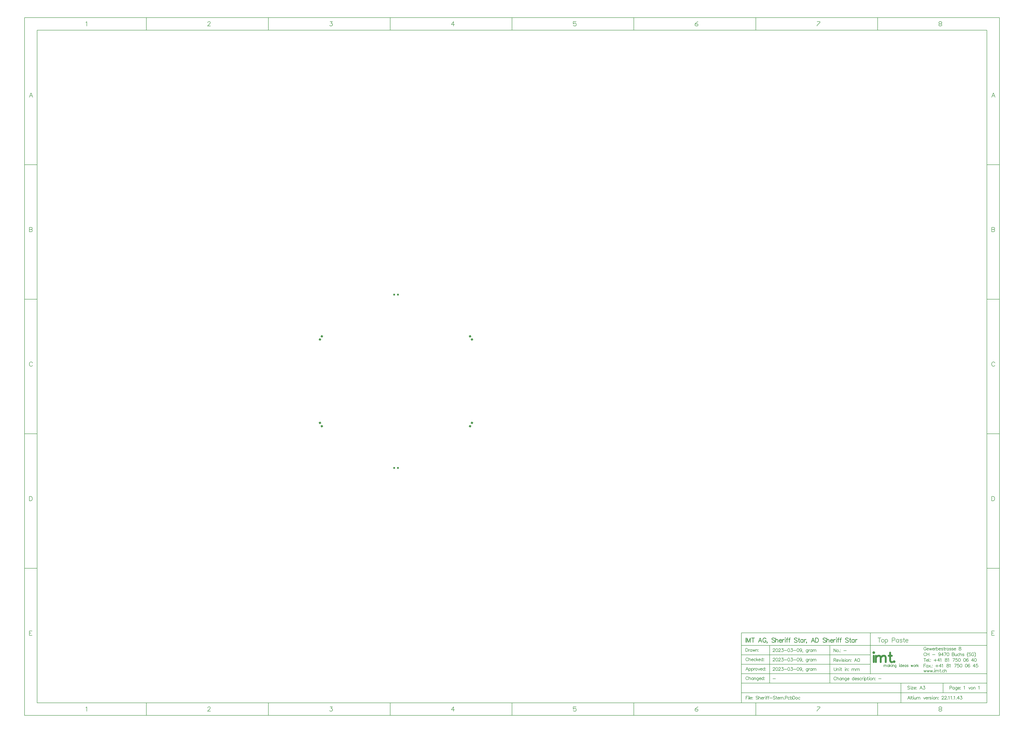
<source format=gtp>
G04*
G04 #@! TF.GenerationSoftware,Altium Limited,Altium Designer,22.11.1 (43)*
G04*
G04 Layer_Color=8421504*
%FSLAX44Y44*%
%MOMM*%
G71*
G04*
G04 #@! TF.SameCoordinates,DB873E63-77BF-45AF-8D19-C352679DEADA*
G04*
G04*
G04 #@! TF.FilePolarity,Positive*
G04*
G01*
G75*
%ADD10C,0.1270*%
%ADD11C,0.2540*%
%ADD12C,0.2000*%
%ADD13C,0.7620*%
%ADD14C,0.1778*%
%ADD15P,1.1314X4X165.0*%
%ADD16P,1.1314X4X105.0*%
%ADD17R,0.8000X0.8000*%
D10*
X1895000Y-948810D02*
Y-667260D01*
Y-870070D02*
X2885600D01*
X2009300D02*
Y-717670D01*
X1895000Y-755770D02*
X2415700D01*
X1895000Y-793870D02*
X2415700D01*
X1895000Y-831970D02*
X2886200D01*
X2415700Y-832360D02*
Y-666870D01*
X1895000Y-717670D02*
X2885600D01*
X1895000Y-666870D02*
X2885600D01*
X1895270Y-908270D02*
X2885870D01*
X2251870Y-870070D02*
Y-717670D01*
X2538890Y-949200D02*
Y-870206D01*
X2709070Y-908306D02*
Y-870206D01*
X1460625Y1768600D02*
Y1819400D01*
X-15750Y1768600D02*
Y1819400D01*
X2444875Y-1000000D02*
Y-949200D01*
X1952750Y-1000000D02*
Y-949200D01*
X1460625Y-1000000D02*
Y-949200D01*
X968500Y-1000000D02*
Y-949200D01*
X476375Y-1000000D02*
Y-949200D01*
X-15750Y-1000000D02*
Y-949200D01*
X-507875Y-1000000D02*
Y-949200D01*
X-1000000Y-405640D02*
X-949200D01*
X-1000000Y137920D02*
X-949200D01*
X-1000000Y681480D02*
X-949200D01*
X2444875Y1768600D02*
Y1819400D01*
X1952750Y1768600D02*
Y1819400D01*
X968500Y1768600D02*
Y1819400D01*
X476375Y1768600D02*
Y1819400D01*
X-507875Y1768600D02*
Y1819400D01*
X-949200Y1768600D02*
X2886200D01*
Y-949200D02*
Y1768600D01*
X-949200Y-949200D02*
X2886200D01*
X-949200D02*
Y1768600D01*
X-1000000Y1819400D02*
X2937000D01*
Y-1000000D02*
Y1819400D01*
X-1000000Y-1000000D02*
X2937000D01*
X-1000000D02*
Y1819400D01*
Y1225040D02*
X-949200D01*
X2886200D02*
X2937000D01*
X2886200Y681480D02*
X2937000D01*
X2886200Y137920D02*
X2937000D01*
X2886200Y-405640D02*
X2937000D01*
X2277449Y-847696D02*
X2276845Y-846487D01*
X2275636Y-845277D01*
X2274426Y-844673D01*
X2272008D01*
X2270798Y-845277D01*
X2269589Y-846487D01*
X2268985Y-847696D01*
X2268380Y-849510D01*
Y-852533D01*
X2268985Y-854347D01*
X2269589Y-855556D01*
X2270798Y-856765D01*
X2272008Y-857370D01*
X2274426D01*
X2275636Y-856765D01*
X2276845Y-855556D01*
X2277449Y-854347D01*
X2281017Y-844673D02*
Y-857370D01*
Y-851324D02*
X2282831Y-849510D01*
X2284040Y-848905D01*
X2285854D01*
X2287063Y-849510D01*
X2287668Y-851324D01*
Y-857370D01*
X2298249Y-848905D02*
Y-857370D01*
Y-850719D02*
X2297040Y-849510D01*
X2295830Y-848905D01*
X2294016D01*
X2292807Y-849510D01*
X2291598Y-850719D01*
X2290993Y-852533D01*
Y-853742D01*
X2291598Y-855556D01*
X2292807Y-856765D01*
X2294016Y-857370D01*
X2295830D01*
X2297040Y-856765D01*
X2298249Y-855556D01*
X2301635Y-848905D02*
Y-857370D01*
Y-851324D02*
X2303449Y-849510D01*
X2304658Y-848905D01*
X2306472D01*
X2307681Y-849510D01*
X2308286Y-851324D01*
Y-857370D01*
X2318867Y-848905D02*
Y-858579D01*
X2318262Y-860393D01*
X2317657Y-860998D01*
X2316448Y-861602D01*
X2314634D01*
X2313425Y-860998D01*
X2318867Y-850719D02*
X2317657Y-849510D01*
X2316448Y-848905D01*
X2314634D01*
X2313425Y-849510D01*
X2312216Y-850719D01*
X2311611Y-852533D01*
Y-853742D01*
X2312216Y-855556D01*
X2313425Y-856765D01*
X2314634Y-857370D01*
X2316448D01*
X2317657Y-856765D01*
X2318867Y-855556D01*
X2322253Y-852533D02*
X2329508D01*
Y-851324D01*
X2328904Y-850114D01*
X2328299Y-849510D01*
X2327090Y-848905D01*
X2325276D01*
X2324067Y-849510D01*
X2322857Y-850719D01*
X2322253Y-852533D01*
Y-853742D01*
X2322857Y-855556D01*
X2324067Y-856765D01*
X2325276Y-857370D01*
X2327090D01*
X2328299Y-856765D01*
X2329508Y-855556D01*
X2349461Y-844673D02*
Y-857370D01*
Y-850719D02*
X2348252Y-849510D01*
X2347043Y-848905D01*
X2345229D01*
X2344019Y-849510D01*
X2342810Y-850719D01*
X2342206Y-852533D01*
Y-853742D01*
X2342810Y-855556D01*
X2344019Y-856765D01*
X2345229Y-857370D01*
X2347043D01*
X2348252Y-856765D01*
X2349461Y-855556D01*
X2352847Y-852533D02*
X2360103D01*
Y-851324D01*
X2359498Y-850114D01*
X2358893Y-849510D01*
X2357684Y-848905D01*
X2355870D01*
X2354661Y-849510D01*
X2353452Y-850719D01*
X2352847Y-852533D01*
Y-853742D01*
X2353452Y-855556D01*
X2354661Y-856765D01*
X2355870Y-857370D01*
X2357684D01*
X2358893Y-856765D01*
X2360103Y-855556D01*
X2369474Y-850719D02*
X2368870Y-849510D01*
X2367056Y-848905D01*
X2365242D01*
X2363428Y-849510D01*
X2362824Y-850719D01*
X2363428Y-851928D01*
X2364637Y-852533D01*
X2367661Y-853138D01*
X2368870Y-853742D01*
X2369474Y-854951D01*
Y-855556D01*
X2368870Y-856765D01*
X2367056Y-857370D01*
X2365242D01*
X2363428Y-856765D01*
X2362824Y-855556D01*
X2379391Y-850719D02*
X2378181Y-849510D01*
X2376972Y-848905D01*
X2375158D01*
X2373949Y-849510D01*
X2372740Y-850719D01*
X2372135Y-852533D01*
Y-853742D01*
X2372740Y-855556D01*
X2373949Y-856765D01*
X2375158Y-857370D01*
X2376972D01*
X2378181Y-856765D01*
X2379391Y-855556D01*
X2382111Y-848905D02*
Y-857370D01*
Y-852533D02*
X2382716Y-850719D01*
X2383925Y-849510D01*
X2385134Y-848905D01*
X2386948D01*
X2389306Y-844673D02*
X2389911Y-845277D01*
X2390516Y-844673D01*
X2389911Y-844068D01*
X2389306Y-844673D01*
X2389911Y-848905D02*
Y-857370D01*
X2392753Y-848905D02*
Y-861602D01*
Y-850719D02*
X2393962Y-849510D01*
X2395171Y-848905D01*
X2396985D01*
X2398195Y-849510D01*
X2399404Y-850719D01*
X2400009Y-852533D01*
Y-853742D01*
X2399404Y-855556D01*
X2398195Y-856765D01*
X2396985Y-857370D01*
X2395171D01*
X2393962Y-856765D01*
X2392753Y-855556D01*
X2404543Y-844673D02*
Y-854951D01*
X2405148Y-856765D01*
X2406357Y-857370D01*
X2407566D01*
X2402729Y-848905D02*
X2406962D01*
X2410589Y-844673D02*
X2411194Y-845277D01*
X2411799Y-844673D01*
X2411194Y-844068D01*
X2410589Y-844673D01*
X2411194Y-848905D02*
Y-857370D01*
X2417059Y-848905D02*
X2415850Y-849510D01*
X2414641Y-850719D01*
X2414036Y-852533D01*
Y-853742D01*
X2414641Y-855556D01*
X2415850Y-856765D01*
X2417059Y-857370D01*
X2418873D01*
X2420082Y-856765D01*
X2421292Y-855556D01*
X2421896Y-853742D01*
Y-852533D01*
X2421292Y-850719D01*
X2420082Y-849510D01*
X2418873Y-848905D01*
X2417059D01*
X2424677D02*
Y-857370D01*
Y-851324D02*
X2426491Y-849510D01*
X2427701Y-848905D01*
X2429514D01*
X2430724Y-849510D01*
X2431328Y-851324D01*
Y-857370D01*
X2435258Y-848905D02*
X2434654Y-849510D01*
X2435258Y-850114D01*
X2435863Y-849510D01*
X2435258Y-848905D01*
Y-856161D02*
X2434654Y-856765D01*
X2435258Y-857370D01*
X2435863Y-856765D01*
X2435258Y-856161D01*
X2448621Y-851928D02*
X2459504D01*
X2267710Y-770133D02*
Y-782830D01*
Y-770133D02*
X2273152D01*
X2274966Y-770737D01*
X2275570Y-771342D01*
X2276175Y-772551D01*
Y-773761D01*
X2275570Y-774970D01*
X2274966Y-775574D01*
X2273152Y-776179D01*
X2267710D01*
X2271942D02*
X2276175Y-782830D01*
X2279017Y-777993D02*
X2286272D01*
Y-776784D01*
X2285668Y-775574D01*
X2285063Y-774970D01*
X2283854Y-774365D01*
X2282040D01*
X2280831Y-774970D01*
X2279621Y-776179D01*
X2279017Y-777993D01*
Y-779202D01*
X2279621Y-781016D01*
X2280831Y-782225D01*
X2282040Y-782830D01*
X2283854D01*
X2285063Y-782225D01*
X2286272Y-781016D01*
X2288993Y-774365D02*
X2292621Y-782830D01*
X2296249Y-774365D02*
X2292621Y-782830D01*
X2299514Y-770133D02*
X2300118Y-770737D01*
X2300723Y-770133D01*
X2300118Y-769528D01*
X2299514Y-770133D01*
X2300118Y-774365D02*
Y-782830D01*
X2309611Y-776179D02*
X2309006Y-774970D01*
X2307193Y-774365D01*
X2305379D01*
X2303565Y-774970D01*
X2302960Y-776179D01*
X2303565Y-777388D01*
X2304774Y-777993D01*
X2307797Y-778598D01*
X2309006Y-779202D01*
X2309611Y-780412D01*
Y-781016D01*
X2309006Y-782225D01*
X2307193Y-782830D01*
X2305379D01*
X2303565Y-782225D01*
X2302960Y-781016D01*
X2313481Y-770133D02*
X2314085Y-770737D01*
X2314690Y-770133D01*
X2314085Y-769528D01*
X2313481Y-770133D01*
X2314085Y-774365D02*
Y-782830D01*
X2319950Y-774365D02*
X2318741Y-774970D01*
X2317532Y-776179D01*
X2316927Y-777993D01*
Y-779202D01*
X2317532Y-781016D01*
X2318741Y-782225D01*
X2319950Y-782830D01*
X2321764D01*
X2322973Y-782225D01*
X2324183Y-781016D01*
X2324787Y-779202D01*
Y-777993D01*
X2324183Y-776179D01*
X2322973Y-774970D01*
X2321764Y-774365D01*
X2319950D01*
X2327569D02*
Y-782830D01*
Y-776784D02*
X2329382Y-774970D01*
X2330592Y-774365D01*
X2332406D01*
X2333615Y-774970D01*
X2334220Y-776784D01*
Y-782830D01*
X2338150Y-774365D02*
X2337545Y-774970D01*
X2338150Y-775574D01*
X2338754Y-774970D01*
X2338150Y-774365D01*
Y-781621D02*
X2337545Y-782225D01*
X2338150Y-782830D01*
X2338754Y-782225D01*
X2338150Y-781621D01*
X2361186Y-782830D02*
X2356349Y-770133D01*
X2351512Y-782830D01*
X2353326Y-778598D02*
X2359372D01*
X2367777Y-770133D02*
X2365963Y-770737D01*
X2364754Y-772551D01*
X2364149Y-775574D01*
Y-777388D01*
X2364754Y-780412D01*
X2365963Y-782225D01*
X2367777Y-782830D01*
X2368986D01*
X2370800Y-782225D01*
X2372009Y-780412D01*
X2372614Y-777388D01*
Y-775574D01*
X2372009Y-772551D01*
X2370800Y-770737D01*
X2368986Y-770133D01*
X2367777D01*
X2736340Y-888544D02*
X2741782D01*
X2743596Y-887939D01*
X2744200Y-887334D01*
X2744805Y-886125D01*
Y-884311D01*
X2744200Y-883102D01*
X2743596Y-882497D01*
X2741782Y-881893D01*
X2736340D01*
Y-894590D01*
X2754902Y-886125D02*
Y-894590D01*
Y-887939D02*
X2753693Y-886730D01*
X2752484Y-886125D01*
X2750670D01*
X2749460Y-886730D01*
X2748251Y-887939D01*
X2747646Y-889753D01*
Y-890962D01*
X2748251Y-892776D01*
X2749460Y-893985D01*
X2750670Y-894590D01*
X2752484D01*
X2753693Y-893985D01*
X2754902Y-892776D01*
X2765544Y-886125D02*
Y-895799D01*
X2764939Y-897613D01*
X2764334Y-898218D01*
X2763125Y-898822D01*
X2761311D01*
X2760102Y-898218D01*
X2765544Y-887939D02*
X2764334Y-886730D01*
X2763125Y-886125D01*
X2761311D01*
X2760102Y-886730D01*
X2758893Y-887939D01*
X2758288Y-889753D01*
Y-890962D01*
X2758893Y-892776D01*
X2760102Y-893985D01*
X2761311Y-894590D01*
X2763125D01*
X2764334Y-893985D01*
X2765544Y-892776D01*
X2768930Y-889753D02*
X2776185D01*
Y-888544D01*
X2775581Y-887334D01*
X2774976Y-886730D01*
X2773767Y-886125D01*
X2771953D01*
X2770744Y-886730D01*
X2769534Y-887939D01*
X2768930Y-889753D01*
Y-890962D01*
X2769534Y-892776D01*
X2770744Y-893985D01*
X2771953Y-894590D01*
X2773767D01*
X2774976Y-893985D01*
X2776185Y-892776D01*
X2779511Y-886125D02*
X2778906Y-886730D01*
X2779511Y-887334D01*
X2780115Y-886730D01*
X2779511Y-886125D01*
Y-893381D02*
X2778906Y-893985D01*
X2779511Y-894590D01*
X2780115Y-893985D01*
X2779511Y-893381D01*
X2792873Y-884311D02*
X2794082Y-883707D01*
X2795896Y-881893D01*
Y-894590D01*
X2812161Y-886125D02*
X2815789Y-894590D01*
X2819417Y-886125D02*
X2815789Y-894590D01*
X2824496Y-886125D02*
X2823286Y-886730D01*
X2822077Y-887939D01*
X2821472Y-889753D01*
Y-890962D01*
X2822077Y-892776D01*
X2823286Y-893985D01*
X2824496Y-894590D01*
X2826309D01*
X2827519Y-893985D01*
X2828728Y-892776D01*
X2829333Y-890962D01*
Y-889753D01*
X2828728Y-887939D01*
X2827519Y-886730D01*
X2826309Y-886125D01*
X2824496D01*
X2832114D02*
Y-894590D01*
Y-888544D02*
X2833928Y-886730D01*
X2835137Y-886125D01*
X2836951D01*
X2838160Y-886730D01*
X2838765Y-888544D01*
Y-894590D01*
X2852067Y-884311D02*
X2853276Y-883707D01*
X2855090Y-881893D01*
Y-894590D01*
X2267710Y-730763D02*
Y-743460D01*
Y-730763D02*
X2276175Y-743460D01*
Y-730763D02*
Y-743460D01*
X2282705Y-734995D02*
X2281496Y-735600D01*
X2280286Y-736809D01*
X2279682Y-738623D01*
Y-739832D01*
X2280286Y-741646D01*
X2281496Y-742855D01*
X2282705Y-743460D01*
X2284519D01*
X2285728Y-742855D01*
X2286937Y-741646D01*
X2287542Y-739832D01*
Y-738623D01*
X2286937Y-736809D01*
X2285728Y-735600D01*
X2284519Y-734995D01*
X2282705D01*
X2290928Y-742251D02*
X2290323Y-742855D01*
X2290928Y-743460D01*
X2291532Y-742855D01*
X2290928Y-742251D01*
X2294918Y-734995D02*
X2294314Y-735600D01*
X2294918Y-736204D01*
X2295523Y-735600D01*
X2294918Y-734995D01*
Y-742251D02*
X2294314Y-742855D01*
X2294918Y-743460D01*
X2295523Y-742855D01*
X2294918Y-742251D01*
X2308281Y-738018D02*
X2319164D01*
X1922454Y-818000D02*
X1917617Y-805303D01*
X1912780Y-818000D01*
X1914594Y-813768D02*
X1920640D01*
X1925417Y-809535D02*
Y-822232D01*
Y-811349D02*
X1926626Y-810140D01*
X1927835Y-809535D01*
X1929649D01*
X1930858Y-810140D01*
X1932068Y-811349D01*
X1932672Y-813163D01*
Y-814372D01*
X1932068Y-816186D01*
X1930858Y-817395D01*
X1929649Y-818000D01*
X1927835D01*
X1926626Y-817395D01*
X1925417Y-816186D01*
X1935393Y-809535D02*
Y-822232D01*
Y-811349D02*
X1936602Y-810140D01*
X1937812Y-809535D01*
X1939626D01*
X1940835Y-810140D01*
X1942044Y-811349D01*
X1942649Y-813163D01*
Y-814372D01*
X1942044Y-816186D01*
X1940835Y-817395D01*
X1939626Y-818000D01*
X1937812D01*
X1936602Y-817395D01*
X1935393Y-816186D01*
X1945370Y-809535D02*
Y-818000D01*
Y-813163D02*
X1945974Y-811349D01*
X1947184Y-810140D01*
X1948393Y-809535D01*
X1950207D01*
X1954379D02*
X1953169Y-810140D01*
X1951960Y-811349D01*
X1951355Y-813163D01*
Y-814372D01*
X1951960Y-816186D01*
X1953169Y-817395D01*
X1954379Y-818000D01*
X1956193D01*
X1957402Y-817395D01*
X1958611Y-816186D01*
X1959216Y-814372D01*
Y-813163D01*
X1958611Y-811349D01*
X1957402Y-810140D01*
X1956193Y-809535D01*
X1954379D01*
X1961997D02*
X1965625Y-818000D01*
X1969253Y-809535D02*
X1965625Y-818000D01*
X1971308Y-813163D02*
X1978564D01*
Y-811954D01*
X1977959Y-810744D01*
X1977355Y-810140D01*
X1976145Y-809535D01*
X1974332D01*
X1973122Y-810140D01*
X1971913Y-811349D01*
X1971308Y-813163D01*
Y-814372D01*
X1971913Y-816186D01*
X1973122Y-817395D01*
X1974332Y-818000D01*
X1976145D01*
X1977355Y-817395D01*
X1978564Y-816186D01*
X1988540Y-805303D02*
Y-818000D01*
Y-811349D02*
X1987331Y-810140D01*
X1986122Y-809535D01*
X1984308D01*
X1983099Y-810140D01*
X1981889Y-811349D01*
X1981285Y-813163D01*
Y-814372D01*
X1981889Y-816186D01*
X1983099Y-817395D01*
X1984308Y-818000D01*
X1986122D01*
X1987331Y-817395D01*
X1988540Y-816186D01*
X1992531Y-809535D02*
X1991926Y-810140D01*
X1992531Y-810744D01*
X1993136Y-810140D01*
X1992531Y-809535D01*
Y-816791D02*
X1991926Y-817395D01*
X1992531Y-818000D01*
X1993136Y-817395D01*
X1992531Y-816791D01*
X1921850Y-770226D02*
X1921245Y-769017D01*
X1920036Y-767807D01*
X1918826Y-767203D01*
X1916408D01*
X1915199Y-767807D01*
X1913989Y-769017D01*
X1913385Y-770226D01*
X1912780Y-772040D01*
Y-775063D01*
X1913385Y-776877D01*
X1913989Y-778086D01*
X1915199Y-779295D01*
X1916408Y-779900D01*
X1918826D01*
X1920036Y-779295D01*
X1921245Y-778086D01*
X1921850Y-776877D01*
X1925417Y-767203D02*
Y-779900D01*
Y-773854D02*
X1927231Y-772040D01*
X1928440Y-771435D01*
X1930254D01*
X1931463Y-772040D01*
X1932068Y-773854D01*
Y-779900D01*
X1935393Y-775063D02*
X1942649D01*
Y-773854D01*
X1942044Y-772644D01*
X1941440Y-772040D01*
X1940230Y-771435D01*
X1938416D01*
X1937207Y-772040D01*
X1935998Y-773249D01*
X1935393Y-775063D01*
Y-776272D01*
X1935998Y-778086D01*
X1937207Y-779295D01*
X1938416Y-779900D01*
X1940230D01*
X1941440Y-779295D01*
X1942649Y-778086D01*
X1952625Y-773249D02*
X1951416Y-772040D01*
X1950207Y-771435D01*
X1948393D01*
X1947184Y-772040D01*
X1945974Y-773249D01*
X1945370Y-775063D01*
Y-776272D01*
X1945974Y-778086D01*
X1947184Y-779295D01*
X1948393Y-779900D01*
X1950207D01*
X1951416Y-779295D01*
X1952625Y-778086D01*
X1955346Y-767203D02*
Y-779900D01*
X1961392Y-771435D02*
X1955346Y-777482D01*
X1957765Y-775063D02*
X1961997Y-779900D01*
X1963992Y-775063D02*
X1971248D01*
Y-773854D01*
X1970643Y-772644D01*
X1970039Y-772040D01*
X1968829Y-771435D01*
X1967016D01*
X1965806Y-772040D01*
X1964597Y-773249D01*
X1963992Y-775063D01*
Y-776272D01*
X1964597Y-778086D01*
X1965806Y-779295D01*
X1967016Y-779900D01*
X1968829D01*
X1970039Y-779295D01*
X1971248Y-778086D01*
X1981224Y-767203D02*
Y-779900D01*
Y-773249D02*
X1980015Y-772040D01*
X1978806Y-771435D01*
X1976992D01*
X1975783Y-772040D01*
X1974573Y-773249D01*
X1973969Y-775063D01*
Y-776272D01*
X1974573Y-778086D01*
X1975783Y-779295D01*
X1976992Y-779900D01*
X1978806D01*
X1980015Y-779295D01*
X1981224Y-778086D01*
X1985215Y-771435D02*
X1984610Y-772040D01*
X1985215Y-772644D01*
X1985820Y-772040D01*
X1985215Y-771435D01*
Y-778691D02*
X1984610Y-779295D01*
X1985215Y-779900D01*
X1985820Y-779295D01*
X1985215Y-778691D01*
X1912780Y-729103D02*
Y-741800D01*
Y-729103D02*
X1917012D01*
X1918826Y-729707D01*
X1920036Y-730917D01*
X1920640Y-732126D01*
X1921245Y-733940D01*
Y-736963D01*
X1920640Y-738777D01*
X1920036Y-739986D01*
X1918826Y-741195D01*
X1917012Y-741800D01*
X1912780D01*
X1924087Y-733335D02*
Y-741800D01*
Y-736963D02*
X1924691Y-735149D01*
X1925901Y-733940D01*
X1927110Y-733335D01*
X1928924D01*
X1937328D02*
Y-741800D01*
Y-735149D02*
X1936119Y-733940D01*
X1934910Y-733335D01*
X1933096D01*
X1931886Y-733940D01*
X1930677Y-735149D01*
X1930072Y-736963D01*
Y-738172D01*
X1930677Y-739986D01*
X1931886Y-741195D01*
X1933096Y-741800D01*
X1934910D01*
X1936119Y-741195D01*
X1937328Y-739986D01*
X1940714Y-733335D02*
X1943133Y-741800D01*
X1945551Y-733335D02*
X1943133Y-741800D01*
X1945551Y-733335D02*
X1947970Y-741800D01*
X1950388Y-733335D02*
X1947970Y-741800D01*
X1953351Y-733335D02*
Y-741800D01*
Y-735754D02*
X1955165Y-733940D01*
X1956374Y-733335D01*
X1958188D01*
X1959397Y-733940D01*
X1960002Y-735754D01*
Y-741800D01*
X1963932Y-733335D02*
X1963327Y-733940D01*
X1963932Y-734544D01*
X1964536Y-733940D01*
X1963932Y-733335D01*
Y-740591D02*
X1963327Y-741195D01*
X1963932Y-741800D01*
X1964536Y-741195D01*
X1963932Y-740591D01*
X1913000Y-922303D02*
Y-935000D01*
Y-922303D02*
X1920860D01*
X1913000Y-928349D02*
X1917837D01*
X1923521Y-922303D02*
X1924125Y-922907D01*
X1924730Y-922303D01*
X1924125Y-921698D01*
X1923521Y-922303D01*
X1924125Y-926535D02*
Y-935000D01*
X1926967Y-922303D02*
Y-935000D01*
X1929627Y-930163D02*
X1936883D01*
Y-928954D01*
X1936278Y-927744D01*
X1935674Y-927140D01*
X1934464Y-926535D01*
X1932650D01*
X1931441Y-927140D01*
X1930232Y-928349D01*
X1929627Y-930163D01*
Y-931372D01*
X1930232Y-933186D01*
X1931441Y-934395D01*
X1932650Y-935000D01*
X1934464D01*
X1935674Y-934395D01*
X1936883Y-933186D01*
X1940208Y-926535D02*
X1939604Y-927140D01*
X1940208Y-927744D01*
X1940813Y-927140D01*
X1940208Y-926535D01*
Y-933791D02*
X1939604Y-934395D01*
X1940208Y-935000D01*
X1940813Y-934395D01*
X1940208Y-933791D01*
X1962036Y-924117D02*
X1960826Y-922907D01*
X1959012Y-922303D01*
X1956594D01*
X1954780Y-922907D01*
X1953571Y-924117D01*
Y-925326D01*
X1954175Y-926535D01*
X1954780Y-927140D01*
X1955989Y-927744D01*
X1959617Y-928954D01*
X1960826Y-929558D01*
X1961431Y-930163D01*
X1962036Y-931372D01*
Y-933186D01*
X1960826Y-934395D01*
X1959012Y-935000D01*
X1956594D01*
X1954780Y-934395D01*
X1953571Y-933186D01*
X1964877Y-922303D02*
Y-935000D01*
Y-928954D02*
X1966691Y-927140D01*
X1967901Y-926535D01*
X1969715D01*
X1970924Y-927140D01*
X1971528Y-928954D01*
Y-935000D01*
X1974854Y-930163D02*
X1982109D01*
Y-928954D01*
X1981505Y-927744D01*
X1980900Y-927140D01*
X1979691Y-926535D01*
X1977877D01*
X1976668Y-927140D01*
X1975459Y-928349D01*
X1974854Y-930163D01*
Y-931372D01*
X1975459Y-933186D01*
X1976668Y-934395D01*
X1977877Y-935000D01*
X1979691D01*
X1980900Y-934395D01*
X1982109Y-933186D01*
X1984830Y-926535D02*
Y-935000D01*
Y-930163D02*
X1985435Y-928349D01*
X1986644Y-927140D01*
X1987854Y-926535D01*
X1989667D01*
X1992025Y-922303D02*
X1992630Y-922907D01*
X1993235Y-922303D01*
X1992630Y-921698D01*
X1992025Y-922303D01*
X1992630Y-926535D02*
Y-935000D01*
X2000309Y-922303D02*
X1999100D01*
X1997890Y-922907D01*
X1997286Y-924721D01*
Y-935000D01*
X1995472Y-926535D02*
X1999704D01*
X2006960Y-922303D02*
X2005751D01*
X2004541Y-922907D01*
X2003937Y-924721D01*
Y-935000D01*
X2002123Y-926535D02*
X2006355D01*
X2008774Y-929558D02*
X2019657D01*
X2031871Y-924117D02*
X2030661Y-922907D01*
X2028848Y-922303D01*
X2026429D01*
X2024615Y-922907D01*
X2023406Y-924117D01*
Y-925326D01*
X2024010Y-926535D01*
X2024615Y-927140D01*
X2025824Y-927744D01*
X2029452Y-928954D01*
X2030661Y-929558D01*
X2031266Y-930163D01*
X2031871Y-931372D01*
Y-933186D01*
X2030661Y-934395D01*
X2028848Y-935000D01*
X2026429D01*
X2024615Y-934395D01*
X2023406Y-933186D01*
X2036526Y-922303D02*
Y-932581D01*
X2037131Y-934395D01*
X2038340Y-935000D01*
X2039550D01*
X2034713Y-926535D02*
X2038945D01*
X2041364Y-930163D02*
X2048619D01*
Y-928954D01*
X2048014Y-927744D01*
X2047410Y-927140D01*
X2046201Y-926535D01*
X2044387D01*
X2043177Y-927140D01*
X2041968Y-928349D01*
X2041364Y-930163D01*
Y-931372D01*
X2041968Y-933186D01*
X2043177Y-934395D01*
X2044387Y-935000D01*
X2046201D01*
X2047410Y-934395D01*
X2048619Y-933186D01*
X2051340Y-926535D02*
Y-935000D01*
Y-930163D02*
X2051944Y-928349D01*
X2053154Y-927140D01*
X2054363Y-926535D01*
X2056177D01*
X2057326D02*
Y-935000D01*
Y-928954D02*
X2059140Y-927140D01*
X2060349Y-926535D01*
X2062163D01*
X2063372Y-927140D01*
X2063977Y-928954D01*
Y-935000D01*
X2067907Y-933791D02*
X2067302Y-934395D01*
X2067907Y-935000D01*
X2068512Y-934395D01*
X2067907Y-933791D01*
X2071293Y-928954D02*
X2076734D01*
X2078548Y-928349D01*
X2079153Y-927744D01*
X2079758Y-926535D01*
Y-924721D01*
X2079153Y-923512D01*
X2078548Y-922907D01*
X2076734Y-922303D01*
X2071293D01*
Y-935000D01*
X2089855Y-928349D02*
X2088646Y-927140D01*
X2087436Y-926535D01*
X2085623D01*
X2084413Y-927140D01*
X2083204Y-928349D01*
X2082599Y-930163D01*
Y-931372D01*
X2083204Y-933186D01*
X2084413Y-934395D01*
X2085623Y-935000D01*
X2087436D01*
X2088646Y-934395D01*
X2089855Y-933186D01*
X2092576Y-922303D02*
Y-935000D01*
Y-928349D02*
X2093785Y-927140D01*
X2094994Y-926535D01*
X2096808D01*
X2098017Y-927140D01*
X2099227Y-928349D01*
X2099831Y-930163D01*
Y-931372D01*
X2099227Y-933186D01*
X2098017Y-934395D01*
X2096808Y-935000D01*
X2094994D01*
X2093785Y-934395D01*
X2092576Y-933186D01*
X2102552Y-922303D02*
Y-935000D01*
Y-922303D02*
X2106785D01*
X2108599Y-922907D01*
X2109808Y-924117D01*
X2110412Y-925326D01*
X2111017Y-927140D01*
Y-930163D01*
X2110412Y-931977D01*
X2109808Y-933186D01*
X2108599Y-934395D01*
X2106785Y-935000D01*
X2102552D01*
X2116882Y-926535D02*
X2115673Y-927140D01*
X2114464Y-928349D01*
X2113859Y-930163D01*
Y-931372D01*
X2114464Y-933186D01*
X2115673Y-934395D01*
X2116882Y-935000D01*
X2118696D01*
X2119905Y-934395D01*
X2121115Y-933186D01*
X2121719Y-931372D01*
Y-930163D01*
X2121115Y-928349D01*
X2119905Y-927140D01*
X2118696Y-926535D01*
X2116882D01*
X2131756Y-928349D02*
X2130547Y-927140D01*
X2129337Y-926535D01*
X2127524D01*
X2126314Y-927140D01*
X2125105Y-928349D01*
X2124500Y-930163D01*
Y-931372D01*
X2125105Y-933186D01*
X2126314Y-934395D01*
X2127524Y-935000D01*
X2129337D01*
X2130547Y-934395D01*
X2131756Y-933186D01*
X2268980Y-806963D02*
Y-816032D01*
X2269585Y-817846D01*
X2270794Y-819055D01*
X2272608Y-819660D01*
X2273817D01*
X2275631Y-819055D01*
X2276840Y-817846D01*
X2277445Y-816032D01*
Y-806963D01*
X2280952Y-811195D02*
Y-819660D01*
Y-813614D02*
X2282766Y-811800D01*
X2283975Y-811195D01*
X2285789D01*
X2286998Y-811800D01*
X2287603Y-813614D01*
Y-819660D01*
X2292137Y-806963D02*
X2292742Y-807567D01*
X2293347Y-806963D01*
X2292742Y-806358D01*
X2292137Y-806963D01*
X2292742Y-811195D02*
Y-819660D01*
X2297398Y-806963D02*
Y-817242D01*
X2298002Y-819055D01*
X2299212Y-819660D01*
X2300421D01*
X2295584Y-811195D02*
X2299816D01*
X2313421Y-806963D02*
X2314025Y-807567D01*
X2314630Y-806963D01*
X2314025Y-806358D01*
X2313421Y-806963D01*
X2314025Y-811195D02*
Y-819660D01*
X2316867Y-811195D02*
Y-819660D01*
Y-813614D02*
X2318681Y-811800D01*
X2319890Y-811195D01*
X2321704D01*
X2322913Y-811800D01*
X2323518Y-813614D01*
Y-819660D01*
X2327448Y-811195D02*
X2326843Y-811800D01*
X2327448Y-812404D01*
X2328053Y-811800D01*
X2327448Y-811195D01*
Y-818451D02*
X2326843Y-819055D01*
X2327448Y-819660D01*
X2328053Y-819055D01*
X2327448Y-818451D01*
X2340810Y-811195D02*
Y-819660D01*
Y-813614D02*
X2342624Y-811800D01*
X2343833Y-811195D01*
X2345647D01*
X2346857Y-811800D01*
X2347461Y-813614D01*
Y-819660D01*
Y-813614D02*
X2349275Y-811800D01*
X2350484Y-811195D01*
X2352298D01*
X2353508Y-811800D01*
X2354112Y-813614D01*
Y-819660D01*
X2358103Y-811195D02*
Y-819660D01*
Y-813614D02*
X2359917Y-811800D01*
X2361126Y-811195D01*
X2362940D01*
X2364149Y-811800D01*
X2364754Y-813614D01*
Y-819660D01*
Y-813614D02*
X2366568Y-811800D01*
X2367777Y-811195D01*
X2369591D01*
X2370800Y-811800D01*
X2371405Y-813614D01*
Y-819660D01*
X2574625Y-883707D02*
X2573416Y-882497D01*
X2571602Y-881893D01*
X2569183D01*
X2567369Y-882497D01*
X2566160Y-883707D01*
Y-884916D01*
X2566765Y-886125D01*
X2567369Y-886730D01*
X2568578Y-887334D01*
X2572206Y-888544D01*
X2573416Y-889148D01*
X2574020Y-889753D01*
X2574625Y-890962D01*
Y-892776D01*
X2573416Y-893985D01*
X2571602Y-894590D01*
X2569183D01*
X2567369Y-893985D01*
X2566160Y-892776D01*
X2578676Y-881893D02*
X2579280Y-882497D01*
X2579885Y-881893D01*
X2579280Y-881288D01*
X2578676Y-881893D01*
X2579280Y-886125D02*
Y-894590D01*
X2588773Y-886125D02*
X2582122Y-894590D01*
Y-886125D02*
X2588773D01*
X2582122Y-894590D02*
X2588773D01*
X2591434Y-889753D02*
X2598689D01*
Y-888544D01*
X2598085Y-887334D01*
X2597480Y-886730D01*
X2596271Y-886125D01*
X2594457D01*
X2593247Y-886730D01*
X2592038Y-887939D01*
X2591434Y-889753D01*
Y-890962D01*
X2592038Y-892776D01*
X2593247Y-893985D01*
X2594457Y-894590D01*
X2596271D01*
X2597480Y-893985D01*
X2598689Y-892776D01*
X2602015Y-886125D02*
X2601410Y-886730D01*
X2602015Y-887334D01*
X2602619Y-886730D01*
X2602015Y-886125D01*
Y-893381D02*
X2601410Y-893985D01*
X2602015Y-894590D01*
X2602619Y-893985D01*
X2602015Y-893381D01*
X2625051Y-894590D02*
X2620214Y-881893D01*
X2615377Y-894590D01*
X2617191Y-890358D02*
X2623237D01*
X2629223Y-881893D02*
X2635874D01*
X2632246Y-886730D01*
X2634060D01*
X2635269Y-887334D01*
X2635874Y-887939D01*
X2636479Y-889753D01*
Y-890962D01*
X2635874Y-892776D01*
X2634665Y-893985D01*
X2632851Y-894590D01*
X2631037D01*
X2629223Y-893985D01*
X2628618Y-893381D01*
X2628014Y-892171D01*
X2631600Y-792603D02*
Y-805300D01*
Y-792603D02*
X2639460D01*
X2631600Y-798649D02*
X2636437D01*
X2648167Y-796835D02*
Y-805300D01*
Y-798649D02*
X2646958Y-797440D01*
X2645748Y-796835D01*
X2643935D01*
X2642725Y-797440D01*
X2641516Y-798649D01*
X2640911Y-800463D01*
Y-801672D01*
X2641516Y-803486D01*
X2642725Y-804695D01*
X2643935Y-805300D01*
X2645748D01*
X2646958Y-804695D01*
X2648167Y-803486D01*
X2651553Y-796835D02*
X2658204Y-805300D01*
Y-796835D02*
X2651553Y-805300D01*
X2661469Y-804091D02*
X2660864Y-804695D01*
X2661469Y-805300D01*
X2662073Y-804695D01*
X2661469Y-804091D01*
X2665459Y-796835D02*
X2664855Y-797440D01*
X2665459Y-798044D01*
X2666064Y-797440D01*
X2665459Y-796835D01*
Y-804091D02*
X2664855Y-804695D01*
X2665459Y-805300D01*
X2666064Y-804695D01*
X2665459Y-804091D01*
X2684264Y-794417D02*
Y-805300D01*
X2678822Y-799858D02*
X2689705D01*
X2699500Y-792603D02*
X2693454Y-801068D01*
X2702523D01*
X2699500Y-792603D02*
Y-805300D01*
X2704760Y-795021D02*
X2705970Y-794417D01*
X2707784Y-792603D01*
Y-805300D01*
X2727072Y-792603D02*
X2725258Y-793207D01*
X2724653Y-794417D01*
Y-795626D01*
X2725258Y-796835D01*
X2726467Y-797440D01*
X2728885Y-798044D01*
X2730699Y-798649D01*
X2731909Y-799858D01*
X2732513Y-801068D01*
Y-802881D01*
X2731909Y-804091D01*
X2731304Y-804695D01*
X2729490Y-805300D01*
X2727072D01*
X2725258Y-804695D01*
X2724653Y-804091D01*
X2724048Y-802881D01*
Y-801068D01*
X2724653Y-799858D01*
X2725862Y-798649D01*
X2727676Y-798044D01*
X2730095Y-797440D01*
X2731304Y-796835D01*
X2731909Y-795626D01*
Y-794417D01*
X2731304Y-793207D01*
X2729490Y-792603D01*
X2727072D01*
X2735355Y-795021D02*
X2736564Y-794417D01*
X2738378Y-792603D01*
Y-805300D01*
X2763108Y-792603D02*
X2757061Y-805300D01*
X2754643Y-792603D02*
X2763108D01*
X2773205D02*
X2767159D01*
X2766554Y-798044D01*
X2767159Y-797440D01*
X2768972Y-796835D01*
X2770786D01*
X2772600Y-797440D01*
X2773810Y-798649D01*
X2774414Y-800463D01*
Y-801672D01*
X2773810Y-803486D01*
X2772600Y-804695D01*
X2770786Y-805300D01*
X2768972D01*
X2767159Y-804695D01*
X2766554Y-804091D01*
X2765949Y-802881D01*
X2780884Y-792603D02*
X2779070Y-793207D01*
X2777861Y-795021D01*
X2777256Y-798044D01*
Y-799858D01*
X2777861Y-802881D01*
X2779070Y-804695D01*
X2780884Y-805300D01*
X2782093D01*
X2783907Y-804695D01*
X2785116Y-802881D01*
X2785721Y-799858D01*
Y-798044D01*
X2785116Y-795021D01*
X2783907Y-793207D01*
X2782093Y-792603D01*
X2780884D01*
X2802167D02*
X2800353Y-793207D01*
X2799144Y-795021D01*
X2798539Y-798044D01*
Y-799858D01*
X2799144Y-802881D01*
X2800353Y-804695D01*
X2802167Y-805300D01*
X2803376D01*
X2805190Y-804695D01*
X2806399Y-802881D01*
X2807004Y-799858D01*
Y-798044D01*
X2806399Y-795021D01*
X2805190Y-793207D01*
X2803376Y-792603D01*
X2802167D01*
X2817101Y-794417D02*
X2816497Y-793207D01*
X2814683Y-792603D01*
X2813474D01*
X2811660Y-793207D01*
X2810450Y-795021D01*
X2809846Y-798044D01*
Y-801068D01*
X2810450Y-803486D01*
X2811660Y-804695D01*
X2813474Y-805300D01*
X2814078D01*
X2815892Y-804695D01*
X2817101Y-803486D01*
X2817706Y-801672D01*
Y-801068D01*
X2817101Y-799254D01*
X2815892Y-798044D01*
X2814078Y-797440D01*
X2813474D01*
X2811660Y-798044D01*
X2810450Y-799254D01*
X2809846Y-801068D01*
X2836510Y-792603D02*
X2830464Y-801068D01*
X2839533D01*
X2836510Y-792603D02*
Y-805300D01*
X2849026Y-792603D02*
X2842979D01*
X2842375Y-798044D01*
X2842979Y-797440D01*
X2844793Y-796835D01*
X2846607D01*
X2848421Y-797440D01*
X2849630Y-798649D01*
X2850235Y-800463D01*
Y-801672D01*
X2849630Y-803486D01*
X2848421Y-804695D01*
X2846607Y-805300D01*
X2844793D01*
X2842979Y-804695D01*
X2842375Y-804091D01*
X2841770Y-802881D01*
X2635833Y-769743D02*
Y-782440D01*
X2631600Y-769743D02*
X2640065D01*
X2641577Y-777603D02*
X2648832D01*
Y-776394D01*
X2648228Y-775184D01*
X2647623Y-774580D01*
X2646414Y-773975D01*
X2644600D01*
X2643390Y-774580D01*
X2642181Y-775789D01*
X2641577Y-777603D01*
Y-778812D01*
X2642181Y-780626D01*
X2643390Y-781835D01*
X2644600Y-782440D01*
X2646414D01*
X2647623Y-781835D01*
X2648832Y-780626D01*
X2651553Y-769743D02*
Y-782440D01*
X2654818Y-781231D02*
X2654213Y-781835D01*
X2654818Y-782440D01*
X2655422Y-781835D01*
X2654818Y-781231D01*
X2658808Y-773975D02*
X2658204Y-774580D01*
X2658808Y-775184D01*
X2659413Y-774580D01*
X2658808Y-773975D01*
Y-781231D02*
X2658204Y-781835D01*
X2658808Y-782440D01*
X2659413Y-781835D01*
X2658808Y-781231D01*
X2677613Y-771557D02*
Y-782440D01*
X2672171Y-776998D02*
X2683054D01*
X2692849Y-769743D02*
X2686803Y-778208D01*
X2695872D01*
X2692849Y-769743D02*
Y-782440D01*
X2698109Y-772161D02*
X2699319Y-771557D01*
X2701133Y-769743D01*
Y-782440D01*
X2720421Y-769743D02*
X2718607Y-770347D01*
X2718002Y-771557D01*
Y-772766D01*
X2718607Y-773975D01*
X2719816Y-774580D01*
X2722234Y-775184D01*
X2724048Y-775789D01*
X2725258Y-776998D01*
X2725862Y-778208D01*
Y-780022D01*
X2725258Y-781231D01*
X2724653Y-781835D01*
X2722839Y-782440D01*
X2720421D01*
X2718607Y-781835D01*
X2718002Y-781231D01*
X2717397Y-780022D01*
Y-778208D01*
X2718002Y-776998D01*
X2719211Y-775789D01*
X2721025Y-775184D01*
X2723444Y-774580D01*
X2724653Y-773975D01*
X2725258Y-772766D01*
Y-771557D01*
X2724653Y-770347D01*
X2722839Y-769743D01*
X2720421D01*
X2728704Y-772161D02*
X2729913Y-771557D01*
X2731727Y-769743D01*
Y-782440D01*
X2756457Y-769743D02*
X2750410Y-782440D01*
X2747992Y-769743D02*
X2756457D01*
X2766554D02*
X2760508D01*
X2759903Y-775184D01*
X2760508Y-774580D01*
X2762321Y-773975D01*
X2764135D01*
X2765949Y-774580D01*
X2767159Y-775789D01*
X2767763Y-777603D01*
Y-778812D01*
X2767159Y-780626D01*
X2765949Y-781835D01*
X2764135Y-782440D01*
X2762321D01*
X2760508Y-781835D01*
X2759903Y-781231D01*
X2759298Y-780022D01*
X2774233Y-769743D02*
X2772419Y-770347D01*
X2771210Y-772161D01*
X2770605Y-775184D01*
Y-776998D01*
X2771210Y-780022D01*
X2772419Y-781835D01*
X2774233Y-782440D01*
X2775442D01*
X2777256Y-781835D01*
X2778465Y-780022D01*
X2779070Y-776998D01*
Y-775184D01*
X2778465Y-772161D01*
X2777256Y-770347D01*
X2775442Y-769743D01*
X2774233D01*
X2795516D02*
X2793702Y-770347D01*
X2792493Y-772161D01*
X2791888Y-775184D01*
Y-776998D01*
X2792493Y-780022D01*
X2793702Y-781835D01*
X2795516Y-782440D01*
X2796725D01*
X2798539Y-781835D01*
X2799748Y-780022D01*
X2800353Y-776998D01*
Y-775184D01*
X2799748Y-772161D01*
X2798539Y-770347D01*
X2796725Y-769743D01*
X2795516D01*
X2810450Y-771557D02*
X2809846Y-770347D01*
X2808032Y-769743D01*
X2806823D01*
X2805009Y-770347D01*
X2803799Y-772161D01*
X2803195Y-775184D01*
Y-778208D01*
X2803799Y-780626D01*
X2805009Y-781835D01*
X2806823Y-782440D01*
X2807427D01*
X2809241Y-781835D01*
X2810450Y-780626D01*
X2811055Y-778812D01*
Y-778208D01*
X2810450Y-776394D01*
X2809241Y-775184D01*
X2807427Y-774580D01*
X2806823D01*
X2805009Y-775184D01*
X2803799Y-776394D01*
X2803195Y-778208D01*
X2829859Y-769743D02*
X2823813Y-778208D01*
X2832882D01*
X2829859Y-769743D02*
Y-782440D01*
X2838747Y-769743D02*
X2836933Y-770347D01*
X2835724Y-772161D01*
X2835119Y-775184D01*
Y-776998D01*
X2835724Y-780022D01*
X2836933Y-781835D01*
X2838747Y-782440D01*
X2839956D01*
X2841770Y-781835D01*
X2842979Y-780022D01*
X2843584Y-776998D01*
Y-775184D01*
X2842979Y-772161D01*
X2841770Y-770347D01*
X2839956Y-769743D01*
X2838747D01*
X2640670Y-749906D02*
X2640065Y-748697D01*
X2638856Y-747487D01*
X2637646Y-746883D01*
X2635228D01*
X2634019Y-747487D01*
X2632809Y-748697D01*
X2632205Y-749906D01*
X2631600Y-751720D01*
Y-754743D01*
X2632205Y-756557D01*
X2632809Y-757766D01*
X2634019Y-758975D01*
X2635228Y-759580D01*
X2637646D01*
X2638856Y-758975D01*
X2640065Y-757766D01*
X2640670Y-756557D01*
X2644237Y-746883D02*
Y-759580D01*
X2652702Y-746883D02*
Y-759580D01*
X2644237Y-752929D02*
X2652702D01*
X2666185Y-754138D02*
X2677068D01*
X2698654Y-751115D02*
X2698049Y-752929D01*
X2696840Y-754138D01*
X2695026Y-754743D01*
X2694421D01*
X2692607Y-754138D01*
X2691398Y-752929D01*
X2690793Y-751115D01*
Y-750510D01*
X2691398Y-748697D01*
X2692607Y-747487D01*
X2694421Y-746883D01*
X2695026D01*
X2696840Y-747487D01*
X2698049Y-748697D01*
X2698654Y-751115D01*
Y-754138D01*
X2698049Y-757161D01*
X2696840Y-758975D01*
X2695026Y-759580D01*
X2693817D01*
X2692003Y-758975D01*
X2691398Y-757766D01*
X2708146Y-746883D02*
X2702100Y-755348D01*
X2711170D01*
X2708146Y-746883D02*
Y-759580D01*
X2721872Y-746883D02*
X2715825Y-759580D01*
X2713407Y-746883D02*
X2721872D01*
X2728341D02*
X2726527Y-747487D01*
X2725318Y-749301D01*
X2724713Y-752324D01*
Y-754138D01*
X2725318Y-757161D01*
X2726527Y-758975D01*
X2728341Y-759580D01*
X2729550D01*
X2731364Y-758975D01*
X2732574Y-757161D01*
X2733178Y-754138D01*
Y-752324D01*
X2732574Y-749301D01*
X2731364Y-747487D01*
X2729550Y-746883D01*
X2728341D01*
X2745996D02*
Y-759580D01*
Y-746883D02*
X2751438D01*
X2753252Y-747487D01*
X2753857Y-748092D01*
X2754461Y-749301D01*
Y-750510D01*
X2753857Y-751720D01*
X2753252Y-752324D01*
X2751438Y-752929D01*
X2745996D02*
X2751438D01*
X2753252Y-753534D01*
X2753857Y-754138D01*
X2754461Y-755348D01*
Y-757161D01*
X2753857Y-758371D01*
X2753252Y-758975D01*
X2751438Y-759580D01*
X2745996D01*
X2757303Y-751115D02*
Y-757161D01*
X2757908Y-758975D01*
X2759117Y-759580D01*
X2760931D01*
X2762140Y-758975D01*
X2763954Y-757161D01*
Y-751115D02*
Y-759580D01*
X2774535Y-752929D02*
X2773326Y-751720D01*
X2772117Y-751115D01*
X2770303D01*
X2769093Y-751720D01*
X2767884Y-752929D01*
X2767279Y-754743D01*
Y-755952D01*
X2767884Y-757766D01*
X2769093Y-758975D01*
X2770303Y-759580D01*
X2772117D01*
X2773326Y-758975D01*
X2774535Y-757766D01*
X2777256Y-746883D02*
Y-759580D01*
Y-753534D02*
X2779070Y-751720D01*
X2780279Y-751115D01*
X2782093D01*
X2783302Y-751720D01*
X2783907Y-753534D01*
Y-759580D01*
X2793883Y-752929D02*
X2793279Y-751720D01*
X2791465Y-751115D01*
X2789651D01*
X2787837Y-751720D01*
X2787232Y-752929D01*
X2787837Y-754138D01*
X2789046Y-754743D01*
X2792069Y-755348D01*
X2793279Y-755952D01*
X2793883Y-757161D01*
Y-757766D01*
X2793279Y-758975D01*
X2791465Y-759580D01*
X2789651D01*
X2787837Y-758975D01*
X2787232Y-757766D01*
X2810753Y-744464D02*
X2809543Y-745674D01*
X2808334Y-747487D01*
X2807125Y-749906D01*
X2806520Y-752929D01*
Y-755348D01*
X2807125Y-758371D01*
X2808334Y-760789D01*
X2809543Y-762603D01*
X2810753Y-763812D01*
X2809543Y-745674D02*
X2808334Y-748092D01*
X2807729Y-749906D01*
X2807125Y-752929D01*
Y-755348D01*
X2807729Y-758371D01*
X2808334Y-760185D01*
X2809543Y-762603D01*
X2821636Y-748697D02*
X2820427Y-747487D01*
X2818613Y-746883D01*
X2816194D01*
X2814380Y-747487D01*
X2813171Y-748697D01*
Y-749906D01*
X2813776Y-751115D01*
X2814380Y-751720D01*
X2815590Y-752324D01*
X2819218Y-753534D01*
X2820427Y-754138D01*
X2821031Y-754743D01*
X2821636Y-755952D01*
Y-757766D01*
X2820427Y-758975D01*
X2818613Y-759580D01*
X2816194D01*
X2814380Y-758975D01*
X2813171Y-757766D01*
X2833547Y-749906D02*
X2832943Y-748697D01*
X2831733Y-747487D01*
X2830524Y-746883D01*
X2828105D01*
X2826896Y-747487D01*
X2825687Y-748697D01*
X2825082Y-749906D01*
X2824478Y-751720D01*
Y-754743D01*
X2825082Y-756557D01*
X2825687Y-757766D01*
X2826896Y-758975D01*
X2828105Y-759580D01*
X2830524D01*
X2831733Y-758975D01*
X2832943Y-757766D01*
X2833547Y-756557D01*
Y-754743D01*
X2830524D02*
X2833547D01*
X2836450Y-744464D02*
X2837659Y-745674D01*
X2838868Y-747487D01*
X2840077Y-749906D01*
X2840682Y-752929D01*
Y-755348D01*
X2840077Y-758371D01*
X2838868Y-760789D01*
X2837659Y-762603D01*
X2836450Y-763812D01*
X2837659Y-745674D02*
X2838868Y-748092D01*
X2839473Y-749906D01*
X2840077Y-752929D01*
Y-755348D01*
X2839473Y-758371D01*
X2838868Y-760185D01*
X2837659Y-762603D01*
X2640670Y-727046D02*
X2640065Y-725837D01*
X2638856Y-724627D01*
X2637646Y-724023D01*
X2635228D01*
X2634019Y-724627D01*
X2632809Y-725837D01*
X2632205Y-727046D01*
X2631600Y-728860D01*
Y-731883D01*
X2632205Y-733697D01*
X2632809Y-734906D01*
X2634019Y-736115D01*
X2635228Y-736720D01*
X2637646D01*
X2638856Y-736115D01*
X2640065Y-734906D01*
X2640670Y-733697D01*
Y-731883D01*
X2637646D02*
X2640670D01*
X2643572D02*
X2650827D01*
Y-730674D01*
X2650223Y-729464D01*
X2649618Y-728860D01*
X2648409Y-728255D01*
X2646595D01*
X2645386Y-728860D01*
X2644176Y-730069D01*
X2643572Y-731883D01*
Y-733092D01*
X2644176Y-734906D01*
X2645386Y-736115D01*
X2646595Y-736720D01*
X2648409D01*
X2649618Y-736115D01*
X2650827Y-734906D01*
X2653548Y-728255D02*
X2655967Y-736720D01*
X2658385Y-728255D02*
X2655967Y-736720D01*
X2658385Y-728255D02*
X2660804Y-736720D01*
X2663222Y-728255D02*
X2660804Y-736720D01*
X2666185Y-731883D02*
X2673441D01*
Y-730674D01*
X2672836Y-729464D01*
X2672231Y-728860D01*
X2671022Y-728255D01*
X2669208D01*
X2667999Y-728860D01*
X2666790Y-730069D01*
X2666185Y-731883D01*
Y-733092D01*
X2666790Y-734906D01*
X2667999Y-736115D01*
X2669208Y-736720D01*
X2671022D01*
X2672231Y-736115D01*
X2673441Y-734906D01*
X2676161Y-728255D02*
Y-736720D01*
Y-731883D02*
X2676766Y-730069D01*
X2677975Y-728860D01*
X2679185Y-728255D01*
X2680999D01*
X2682147Y-724023D02*
Y-736720D01*
Y-730069D02*
X2683357Y-728860D01*
X2684566Y-728255D01*
X2686380D01*
X2687589Y-728860D01*
X2688798Y-730069D01*
X2689403Y-731883D01*
Y-733092D01*
X2688798Y-734906D01*
X2687589Y-736115D01*
X2686380Y-736720D01*
X2684566D01*
X2683357Y-736115D01*
X2682147Y-734906D01*
X2692124Y-731883D02*
X2699379D01*
Y-730674D01*
X2698775Y-729464D01*
X2698170Y-728860D01*
X2696961Y-728255D01*
X2695147D01*
X2693938Y-728860D01*
X2692728Y-730069D01*
X2692124Y-731883D01*
Y-733092D01*
X2692728Y-734906D01*
X2693938Y-736115D01*
X2695147Y-736720D01*
X2696961D01*
X2698170Y-736115D01*
X2699379Y-734906D01*
X2708751Y-730069D02*
X2708146Y-728860D01*
X2706333Y-728255D01*
X2704519D01*
X2702705Y-728860D01*
X2702100Y-730069D01*
X2702705Y-731278D01*
X2703914Y-731883D01*
X2706937Y-732488D01*
X2708146Y-733092D01*
X2708751Y-734302D01*
Y-734906D01*
X2708146Y-736115D01*
X2706333Y-736720D01*
X2704519D01*
X2702705Y-736115D01*
X2702100Y-734906D01*
X2713225Y-724023D02*
Y-734302D01*
X2713830Y-736115D01*
X2715039Y-736720D01*
X2716248D01*
X2711411Y-728255D02*
X2715644D01*
X2718062D02*
Y-736720D01*
Y-731883D02*
X2718667Y-730069D01*
X2719876Y-728860D01*
X2721086Y-728255D01*
X2722899D01*
X2731304D02*
Y-736720D01*
Y-730069D02*
X2730095Y-728860D01*
X2728885Y-728255D01*
X2727072D01*
X2725862Y-728860D01*
X2724653Y-730069D01*
X2724048Y-731883D01*
Y-733092D01*
X2724653Y-734906D01*
X2725862Y-736115D01*
X2727072Y-736720D01*
X2728885D01*
X2730095Y-736115D01*
X2731304Y-734906D01*
X2741341Y-730069D02*
X2740736Y-728860D01*
X2738922Y-728255D01*
X2737108D01*
X2735294Y-728860D01*
X2734690Y-730069D01*
X2735294Y-731278D01*
X2736504Y-731883D01*
X2739527Y-732488D01*
X2740736Y-733092D01*
X2741341Y-734302D01*
Y-734906D01*
X2740736Y-736115D01*
X2738922Y-736720D01*
X2737108D01*
X2735294Y-736115D01*
X2734690Y-734906D01*
X2750652Y-730069D02*
X2750048Y-728860D01*
X2748234Y-728255D01*
X2746420D01*
X2744606Y-728860D01*
X2744001Y-730069D01*
X2744606Y-731278D01*
X2745815Y-731883D01*
X2748838Y-732488D01*
X2750048Y-733092D01*
X2750652Y-734302D01*
Y-734906D01*
X2750048Y-736115D01*
X2748234Y-736720D01*
X2746420D01*
X2744606Y-736115D01*
X2744001Y-734906D01*
X2753312Y-731883D02*
X2760568D01*
Y-730674D01*
X2759963Y-729464D01*
X2759359Y-728860D01*
X2758150Y-728255D01*
X2756336D01*
X2755126Y-728860D01*
X2753917Y-730069D01*
X2753312Y-731883D01*
Y-733092D01*
X2753917Y-734906D01*
X2755126Y-736115D01*
X2756336Y-736720D01*
X2758150D01*
X2759359Y-736115D01*
X2760568Y-734906D01*
X2776288Y-724023D02*
X2774474Y-724627D01*
X2773870Y-725837D01*
Y-727046D01*
X2774474Y-728255D01*
X2775684Y-728860D01*
X2778102Y-729464D01*
X2779916Y-730069D01*
X2781125Y-731278D01*
X2781730Y-732488D01*
Y-734302D01*
X2781125Y-735511D01*
X2780521Y-736115D01*
X2778707Y-736720D01*
X2776288D01*
X2774474Y-736115D01*
X2773870Y-735511D01*
X2773265Y-734302D01*
Y-732488D01*
X2773870Y-731278D01*
X2775079Y-730069D01*
X2776893Y-729464D01*
X2779312Y-728860D01*
X2780521Y-728255D01*
X2781125Y-727046D01*
Y-725837D01*
X2780521Y-724627D01*
X2778707Y-724023D01*
X2776288D01*
X2469230Y-796368D02*
Y-803700D01*
Y-798463D02*
X2470801Y-796892D01*
X2471848Y-796368D01*
X2473420D01*
X2474467Y-796892D01*
X2474991Y-798463D01*
Y-803700D01*
Y-798463D02*
X2476562Y-796892D01*
X2477609Y-796368D01*
X2479180D01*
X2480228Y-796892D01*
X2480751Y-798463D01*
Y-803700D01*
X2490492Y-796368D02*
Y-803700D01*
Y-797939D02*
X2489445Y-796892D01*
X2488397Y-796368D01*
X2486826D01*
X2485779Y-796892D01*
X2484731Y-797939D01*
X2484208Y-799510D01*
Y-800558D01*
X2484731Y-802129D01*
X2485779Y-803176D01*
X2486826Y-803700D01*
X2488397D01*
X2489445Y-803176D01*
X2490492Y-802129D01*
X2493425Y-792702D02*
Y-803700D01*
X2498662Y-796368D02*
X2493425Y-801605D01*
X2495520Y-799510D02*
X2499185Y-803700D01*
X2501961Y-792702D02*
X2502485Y-793226D01*
X2503009Y-792702D01*
X2502485Y-792179D01*
X2501961Y-792702D01*
X2502485Y-796368D02*
Y-803700D01*
X2504946Y-796368D02*
Y-803700D01*
Y-798463D02*
X2506517Y-796892D01*
X2507565Y-796368D01*
X2509136D01*
X2510183Y-796892D01*
X2510707Y-798463D01*
Y-803700D01*
X2519872Y-796368D02*
Y-804747D01*
X2519348Y-806319D01*
X2518824Y-806842D01*
X2517777Y-807366D01*
X2516206D01*
X2515158Y-806842D01*
X2519872Y-797939D02*
X2518824Y-796892D01*
X2517777Y-796368D01*
X2516206D01*
X2515158Y-796892D01*
X2514111Y-797939D01*
X2513587Y-799510D01*
Y-800558D01*
X2514111Y-802129D01*
X2515158Y-803176D01*
X2516206Y-803700D01*
X2517777D01*
X2518824Y-803176D01*
X2519872Y-802129D01*
X2532493Y-792702D02*
X2533016Y-793226D01*
X2533540Y-792702D01*
X2533016Y-792179D01*
X2532493Y-792702D01*
X2533016Y-796368D02*
Y-803700D01*
X2541762Y-792702D02*
Y-803700D01*
Y-797939D02*
X2540715Y-796892D01*
X2539667Y-796368D01*
X2538096D01*
X2537049Y-796892D01*
X2536001Y-797939D01*
X2535478Y-799510D01*
Y-800558D01*
X2536001Y-802129D01*
X2537049Y-803176D01*
X2538096Y-803700D01*
X2539667D01*
X2540715Y-803176D01*
X2541762Y-802129D01*
X2544695Y-799510D02*
X2550979D01*
Y-798463D01*
X2550455Y-797416D01*
X2549932Y-796892D01*
X2548884Y-796368D01*
X2547313D01*
X2546266Y-796892D01*
X2545219Y-797939D01*
X2544695Y-799510D01*
Y-800558D01*
X2545219Y-802129D01*
X2546266Y-803176D01*
X2547313Y-803700D01*
X2548884D01*
X2549932Y-803176D01*
X2550979Y-802129D01*
X2559620Y-796368D02*
Y-803700D01*
Y-797939D02*
X2558573Y-796892D01*
X2557525Y-796368D01*
X2555954D01*
X2554907Y-796892D01*
X2553860Y-797939D01*
X2553336Y-799510D01*
Y-800558D01*
X2553860Y-802129D01*
X2554907Y-803176D01*
X2555954Y-803700D01*
X2557525D01*
X2558573Y-803176D01*
X2559620Y-802129D01*
X2568314Y-797939D02*
X2567790Y-796892D01*
X2566219Y-796368D01*
X2564648D01*
X2563076Y-796892D01*
X2562553Y-797939D01*
X2563076Y-798987D01*
X2564124Y-799510D01*
X2566743Y-800034D01*
X2567790Y-800558D01*
X2568314Y-801605D01*
Y-802129D01*
X2567790Y-803176D01*
X2566219Y-803700D01*
X2564648D01*
X2563076Y-803176D01*
X2562553Y-802129D01*
X2579259Y-796368D02*
X2581353Y-803700D01*
X2583448Y-796368D02*
X2581353Y-803700D01*
X2583448Y-796368D02*
X2585543Y-803700D01*
X2587638Y-796368D02*
X2585543Y-803700D01*
X2592823Y-796368D02*
X2591775Y-796892D01*
X2590728Y-797939D01*
X2590204Y-799510D01*
Y-800558D01*
X2590728Y-802129D01*
X2591775Y-803176D01*
X2592823Y-803700D01*
X2594394D01*
X2595441Y-803176D01*
X2596489Y-802129D01*
X2597012Y-800558D01*
Y-799510D01*
X2596489Y-797939D01*
X2595441Y-796892D01*
X2594394Y-796368D01*
X2592823D01*
X2599421D02*
Y-803700D01*
Y-799510D02*
X2599945Y-797939D01*
X2600992Y-796892D01*
X2602040Y-796368D01*
X2603611D01*
X2604606Y-792702D02*
Y-803700D01*
X2609843Y-796368D02*
X2604606Y-801605D01*
X2606701Y-799510D02*
X2610367Y-803700D01*
X2631600Y-817155D02*
X2634019Y-825620D01*
X2636437Y-817155D02*
X2634019Y-825620D01*
X2636437Y-817155D02*
X2638856Y-825620D01*
X2641274Y-817155D02*
X2638856Y-825620D01*
X2644237Y-817155D02*
X2646655Y-825620D01*
X2649074Y-817155D02*
X2646655Y-825620D01*
X2649074Y-817155D02*
X2651492Y-825620D01*
X2653911Y-817155D02*
X2651492Y-825620D01*
X2656873Y-817155D02*
X2659292Y-825620D01*
X2661711Y-817155D02*
X2659292Y-825620D01*
X2661711Y-817155D02*
X2664129Y-825620D01*
X2666548Y-817155D02*
X2664129Y-825620D01*
X2670115Y-824411D02*
X2669510Y-825015D01*
X2670115Y-825620D01*
X2670720Y-825015D01*
X2670115Y-824411D01*
X2674710Y-812923D02*
X2675315Y-813527D01*
X2675919Y-812923D01*
X2675315Y-812318D01*
X2674710Y-812923D01*
X2675315Y-817155D02*
Y-825620D01*
X2678157Y-817155D02*
Y-825620D01*
Y-819574D02*
X2679970Y-817760D01*
X2681180Y-817155D01*
X2682994D01*
X2684203Y-817760D01*
X2684808Y-819574D01*
Y-825620D01*
Y-819574D02*
X2686621Y-817760D01*
X2687831Y-817155D01*
X2689645D01*
X2690854Y-817760D01*
X2691458Y-819574D01*
Y-825620D01*
X2697263Y-812923D02*
Y-823202D01*
X2697868Y-825015D01*
X2699077Y-825620D01*
X2700286D01*
X2695449Y-817155D02*
X2699682D01*
X2702705Y-824411D02*
X2702100Y-825015D01*
X2702705Y-825620D01*
X2703309Y-825015D01*
X2702705Y-824411D01*
X2713346Y-818969D02*
X2712137Y-817760D01*
X2710928Y-817155D01*
X2709114D01*
X2707905Y-817760D01*
X2706695Y-818969D01*
X2706091Y-820783D01*
Y-821992D01*
X2706695Y-823806D01*
X2707905Y-825015D01*
X2709114Y-825620D01*
X2710928D01*
X2712137Y-825015D01*
X2713346Y-823806D01*
X2716067Y-812923D02*
Y-825620D01*
Y-819574D02*
X2717881Y-817760D01*
X2719090Y-817155D01*
X2720904D01*
X2722113Y-817760D01*
X2722718Y-819574D01*
Y-825620D01*
X1921850Y-846426D02*
X1921245Y-845217D01*
X1920036Y-844007D01*
X1918826Y-843403D01*
X1916408D01*
X1915199Y-844007D01*
X1913989Y-845217D01*
X1913385Y-846426D01*
X1912780Y-848240D01*
Y-851263D01*
X1913385Y-853077D01*
X1913989Y-854286D01*
X1915199Y-855495D01*
X1916408Y-856100D01*
X1918826D01*
X1920036Y-855495D01*
X1921245Y-854286D01*
X1921850Y-853077D01*
X1925417Y-843403D02*
Y-856100D01*
Y-850054D02*
X1927231Y-848240D01*
X1928440Y-847635D01*
X1930254D01*
X1931463Y-848240D01*
X1932068Y-850054D01*
Y-856100D01*
X1942649Y-847635D02*
Y-856100D01*
Y-849449D02*
X1941440Y-848240D01*
X1940230Y-847635D01*
X1938416D01*
X1937207Y-848240D01*
X1935998Y-849449D01*
X1935393Y-851263D01*
Y-852472D01*
X1935998Y-854286D01*
X1937207Y-855495D01*
X1938416Y-856100D01*
X1940230D01*
X1941440Y-855495D01*
X1942649Y-854286D01*
X1946035Y-847635D02*
Y-856100D01*
Y-850054D02*
X1947849Y-848240D01*
X1949058Y-847635D01*
X1950872D01*
X1952081Y-848240D01*
X1952686Y-850054D01*
Y-856100D01*
X1963267Y-847635D02*
Y-857309D01*
X1962662Y-859123D01*
X1962057Y-859728D01*
X1960848Y-860332D01*
X1959034D01*
X1957825Y-859728D01*
X1963267Y-849449D02*
X1962057Y-848240D01*
X1960848Y-847635D01*
X1959034D01*
X1957825Y-848240D01*
X1956616Y-849449D01*
X1956011Y-851263D01*
Y-852472D01*
X1956616Y-854286D01*
X1957825Y-855495D01*
X1959034Y-856100D01*
X1960848D01*
X1962057Y-855495D01*
X1963267Y-854286D01*
X1966653Y-851263D02*
X1973908D01*
Y-850054D01*
X1973304Y-848844D01*
X1972699Y-848240D01*
X1971490Y-847635D01*
X1969676D01*
X1968467Y-848240D01*
X1967257Y-849449D01*
X1966653Y-851263D01*
Y-852472D01*
X1967257Y-854286D01*
X1968467Y-855495D01*
X1969676Y-856100D01*
X1971490D01*
X1972699Y-855495D01*
X1973908Y-854286D01*
X1983885Y-843403D02*
Y-856100D01*
Y-849449D02*
X1982675Y-848240D01*
X1981466Y-847635D01*
X1979652D01*
X1978443Y-848240D01*
X1977234Y-849449D01*
X1976629Y-851263D01*
Y-852472D01*
X1977234Y-854286D01*
X1978443Y-855495D01*
X1979652Y-856100D01*
X1981466D01*
X1982675Y-855495D01*
X1983885Y-854286D01*
X1987875Y-847635D02*
X1987271Y-848240D01*
X1987875Y-848844D01*
X1988480Y-848240D01*
X1987875Y-847635D01*
Y-854891D02*
X1987271Y-855495D01*
X1987875Y-856100D01*
X1988480Y-855495D01*
X1987875Y-854891D01*
X2022705Y-733396D02*
Y-732791D01*
X2023309Y-731582D01*
X2023914Y-730977D01*
X2025123Y-730373D01*
X2027542D01*
X2028751Y-730977D01*
X2029356Y-731582D01*
X2029960Y-732791D01*
Y-734000D01*
X2029356Y-735210D01*
X2028146Y-737024D01*
X2022100Y-743070D01*
X2030565D01*
X2037034Y-730373D02*
X2035220Y-730977D01*
X2034011Y-732791D01*
X2033407Y-735814D01*
Y-737628D01*
X2034011Y-740651D01*
X2035220Y-742465D01*
X2037034Y-743070D01*
X2038244D01*
X2040058Y-742465D01*
X2041267Y-740651D01*
X2041871Y-737628D01*
Y-735814D01*
X2041267Y-732791D01*
X2040058Y-730977D01*
X2038244Y-730373D01*
X2037034D01*
X2045318Y-733396D02*
Y-732791D01*
X2045923Y-731582D01*
X2046527Y-730977D01*
X2047736Y-730373D01*
X2050155D01*
X2051364Y-730977D01*
X2051969Y-731582D01*
X2052574Y-732791D01*
Y-734000D01*
X2051969Y-735210D01*
X2050760Y-737024D01*
X2044713Y-743070D01*
X2053178D01*
X2057229Y-730373D02*
X2063880D01*
X2060252Y-735210D01*
X2062066D01*
X2063275Y-735814D01*
X2063880Y-736419D01*
X2064485Y-738233D01*
Y-739442D01*
X2063880Y-741256D01*
X2062671Y-742465D01*
X2060857Y-743070D01*
X2059043D01*
X2057229Y-742465D01*
X2056624Y-741861D01*
X2056020Y-740651D01*
X2067327Y-737628D02*
X2078210D01*
X2085586Y-730373D02*
X2083772Y-730977D01*
X2082563Y-732791D01*
X2081959Y-735814D01*
Y-737628D01*
X2082563Y-740651D01*
X2083772Y-742465D01*
X2085586Y-743070D01*
X2086796D01*
X2088610Y-742465D01*
X2089819Y-740651D01*
X2090423Y-737628D01*
Y-735814D01*
X2089819Y-732791D01*
X2088610Y-730977D01*
X2086796Y-730373D01*
X2085586D01*
X2094474D02*
X2101125D01*
X2097498Y-735210D01*
X2099312D01*
X2100521Y-735814D01*
X2101125Y-736419D01*
X2101730Y-738233D01*
Y-739442D01*
X2101125Y-741256D01*
X2099916Y-742465D01*
X2098102Y-743070D01*
X2096288D01*
X2094474Y-742465D01*
X2093870Y-741861D01*
X2093265Y-740651D01*
X2104572Y-737628D02*
X2115455D01*
X2122832Y-730373D02*
X2121018Y-730977D01*
X2119809Y-732791D01*
X2119204Y-735814D01*
Y-737628D01*
X2119809Y-740651D01*
X2121018Y-742465D01*
X2122832Y-743070D01*
X2124041D01*
X2125855Y-742465D01*
X2127064Y-740651D01*
X2127669Y-737628D01*
Y-735814D01*
X2127064Y-732791D01*
X2125855Y-730977D01*
X2124041Y-730373D01*
X2122832D01*
X2138371Y-734605D02*
X2137766Y-736419D01*
X2136557Y-737628D01*
X2134743Y-738233D01*
X2134138D01*
X2132325Y-737628D01*
X2131115Y-736419D01*
X2130511Y-734605D01*
Y-734000D01*
X2131115Y-732187D01*
X2132325Y-730977D01*
X2134138Y-730373D01*
X2134743D01*
X2136557Y-730977D01*
X2137766Y-732187D01*
X2138371Y-734605D01*
Y-737628D01*
X2137766Y-740651D01*
X2136557Y-742465D01*
X2134743Y-743070D01*
X2133534D01*
X2131720Y-742465D01*
X2131115Y-741256D01*
X2143026Y-742465D02*
X2142422Y-743070D01*
X2141817Y-742465D01*
X2142422Y-741861D01*
X2143026Y-742465D01*
Y-743675D01*
X2142422Y-744884D01*
X2141817Y-745489D01*
X2163040Y-734605D02*
Y-744279D01*
X2162435Y-746093D01*
X2161831Y-746698D01*
X2160621Y-747302D01*
X2158807D01*
X2157598Y-746698D01*
X2163040Y-736419D02*
X2161831Y-735210D01*
X2160621Y-734605D01*
X2158807D01*
X2157598Y-735210D01*
X2156389Y-736419D01*
X2155784Y-738233D01*
Y-739442D01*
X2156389Y-741256D01*
X2157598Y-742465D01*
X2158807Y-743070D01*
X2160621D01*
X2161831Y-742465D01*
X2163040Y-741256D01*
X2166426Y-734605D02*
Y-743070D01*
Y-738233D02*
X2167030Y-736419D01*
X2168240Y-735210D01*
X2169449Y-734605D01*
X2171263D01*
X2179667D02*
Y-743070D01*
Y-736419D02*
X2178458Y-735210D01*
X2177249Y-734605D01*
X2175435D01*
X2174225Y-735210D01*
X2173016Y-736419D01*
X2172412Y-738233D01*
Y-739442D01*
X2173016Y-741256D01*
X2174225Y-742465D01*
X2175435Y-743070D01*
X2177249D01*
X2178458Y-742465D01*
X2179667Y-741256D01*
X2183053Y-734605D02*
Y-743070D01*
Y-737024D02*
X2184867Y-735210D01*
X2186076Y-734605D01*
X2187890D01*
X2189099Y-735210D01*
X2189704Y-737024D01*
Y-743070D01*
Y-737024D02*
X2191518Y-735210D01*
X2192727Y-734605D01*
X2194541D01*
X2195750Y-735210D01*
X2196355Y-737024D01*
Y-743070D01*
X2022705Y-771496D02*
Y-770891D01*
X2023309Y-769682D01*
X2023914Y-769077D01*
X2025123Y-768473D01*
X2027542D01*
X2028751Y-769077D01*
X2029356Y-769682D01*
X2029960Y-770891D01*
Y-772101D01*
X2029356Y-773310D01*
X2028146Y-775124D01*
X2022100Y-781170D01*
X2030565D01*
X2037034Y-768473D02*
X2035220Y-769077D01*
X2034011Y-770891D01*
X2033407Y-773914D01*
Y-775728D01*
X2034011Y-778752D01*
X2035220Y-780565D01*
X2037034Y-781170D01*
X2038244D01*
X2040058Y-780565D01*
X2041267Y-778752D01*
X2041871Y-775728D01*
Y-773914D01*
X2041267Y-770891D01*
X2040058Y-769077D01*
X2038244Y-768473D01*
X2037034D01*
X2045318Y-771496D02*
Y-770891D01*
X2045923Y-769682D01*
X2046527Y-769077D01*
X2047736Y-768473D01*
X2050155D01*
X2051364Y-769077D01*
X2051969Y-769682D01*
X2052574Y-770891D01*
Y-772101D01*
X2051969Y-773310D01*
X2050760Y-775124D01*
X2044713Y-781170D01*
X2053178D01*
X2057229Y-768473D02*
X2063880D01*
X2060252Y-773310D01*
X2062066D01*
X2063275Y-773914D01*
X2063880Y-774519D01*
X2064485Y-776333D01*
Y-777542D01*
X2063880Y-779356D01*
X2062671Y-780565D01*
X2060857Y-781170D01*
X2059043D01*
X2057229Y-780565D01*
X2056624Y-779961D01*
X2056020Y-778752D01*
X2067327Y-775728D02*
X2078210D01*
X2085586Y-768473D02*
X2083772Y-769077D01*
X2082563Y-770891D01*
X2081959Y-773914D01*
Y-775728D01*
X2082563Y-778752D01*
X2083772Y-780565D01*
X2085586Y-781170D01*
X2086796D01*
X2088610Y-780565D01*
X2089819Y-778752D01*
X2090423Y-775728D01*
Y-773914D01*
X2089819Y-770891D01*
X2088610Y-769077D01*
X2086796Y-768473D01*
X2085586D01*
X2094474D02*
X2101125D01*
X2097498Y-773310D01*
X2099312D01*
X2100521Y-773914D01*
X2101125Y-774519D01*
X2101730Y-776333D01*
Y-777542D01*
X2101125Y-779356D01*
X2099916Y-780565D01*
X2098102Y-781170D01*
X2096288D01*
X2094474Y-780565D01*
X2093870Y-779961D01*
X2093265Y-778752D01*
X2104572Y-775728D02*
X2115455D01*
X2122832Y-768473D02*
X2121018Y-769077D01*
X2119809Y-770891D01*
X2119204Y-773914D01*
Y-775728D01*
X2119809Y-778752D01*
X2121018Y-780565D01*
X2122832Y-781170D01*
X2124041D01*
X2125855Y-780565D01*
X2127064Y-778752D01*
X2127669Y-775728D01*
Y-773914D01*
X2127064Y-770891D01*
X2125855Y-769077D01*
X2124041Y-768473D01*
X2122832D01*
X2138371Y-772705D02*
X2137766Y-774519D01*
X2136557Y-775728D01*
X2134743Y-776333D01*
X2134138D01*
X2132325Y-775728D01*
X2131115Y-774519D01*
X2130511Y-772705D01*
Y-772101D01*
X2131115Y-770287D01*
X2132325Y-769077D01*
X2134138Y-768473D01*
X2134743D01*
X2136557Y-769077D01*
X2137766Y-770287D01*
X2138371Y-772705D01*
Y-775728D01*
X2137766Y-778752D01*
X2136557Y-780565D01*
X2134743Y-781170D01*
X2133534D01*
X2131720Y-780565D01*
X2131115Y-779356D01*
X2143026Y-780565D02*
X2142422Y-781170D01*
X2141817Y-780565D01*
X2142422Y-779961D01*
X2143026Y-780565D01*
Y-781775D01*
X2142422Y-782984D01*
X2141817Y-783589D01*
X2163040Y-772705D02*
Y-782379D01*
X2162435Y-784193D01*
X2161831Y-784798D01*
X2160621Y-785402D01*
X2158807D01*
X2157598Y-784798D01*
X2163040Y-774519D02*
X2161831Y-773310D01*
X2160621Y-772705D01*
X2158807D01*
X2157598Y-773310D01*
X2156389Y-774519D01*
X2155784Y-776333D01*
Y-777542D01*
X2156389Y-779356D01*
X2157598Y-780565D01*
X2158807Y-781170D01*
X2160621D01*
X2161831Y-780565D01*
X2163040Y-779356D01*
X2166426Y-772705D02*
Y-781170D01*
Y-776333D02*
X2167030Y-774519D01*
X2168240Y-773310D01*
X2169449Y-772705D01*
X2171263D01*
X2179667D02*
Y-781170D01*
Y-774519D02*
X2178458Y-773310D01*
X2177249Y-772705D01*
X2175435D01*
X2174225Y-773310D01*
X2173016Y-774519D01*
X2172412Y-776333D01*
Y-777542D01*
X2173016Y-779356D01*
X2174225Y-780565D01*
X2175435Y-781170D01*
X2177249D01*
X2178458Y-780565D01*
X2179667Y-779356D01*
X2183053Y-772705D02*
Y-781170D01*
Y-775124D02*
X2184867Y-773310D01*
X2186076Y-772705D01*
X2187890D01*
X2189099Y-773310D01*
X2189704Y-775124D01*
Y-781170D01*
Y-775124D02*
X2191518Y-773310D01*
X2192727Y-772705D01*
X2194541D01*
X2195750Y-773310D01*
X2196355Y-775124D01*
Y-781170D01*
X2022705Y-809596D02*
Y-808991D01*
X2023309Y-807782D01*
X2023914Y-807177D01*
X2025123Y-806573D01*
X2027542D01*
X2028751Y-807177D01*
X2029356Y-807782D01*
X2029960Y-808991D01*
Y-810201D01*
X2029356Y-811410D01*
X2028146Y-813224D01*
X2022100Y-819270D01*
X2030565D01*
X2037034Y-806573D02*
X2035220Y-807177D01*
X2034011Y-808991D01*
X2033407Y-812014D01*
Y-813828D01*
X2034011Y-816852D01*
X2035220Y-818665D01*
X2037034Y-819270D01*
X2038244D01*
X2040058Y-818665D01*
X2041267Y-816852D01*
X2041871Y-813828D01*
Y-812014D01*
X2041267Y-808991D01*
X2040058Y-807177D01*
X2038244Y-806573D01*
X2037034D01*
X2045318Y-809596D02*
Y-808991D01*
X2045923Y-807782D01*
X2046527Y-807177D01*
X2047736Y-806573D01*
X2050155D01*
X2051364Y-807177D01*
X2051969Y-807782D01*
X2052574Y-808991D01*
Y-810201D01*
X2051969Y-811410D01*
X2050760Y-813224D01*
X2044713Y-819270D01*
X2053178D01*
X2057229Y-806573D02*
X2063880D01*
X2060252Y-811410D01*
X2062066D01*
X2063275Y-812014D01*
X2063880Y-812619D01*
X2064485Y-814433D01*
Y-815642D01*
X2063880Y-817456D01*
X2062671Y-818665D01*
X2060857Y-819270D01*
X2059043D01*
X2057229Y-818665D01*
X2056624Y-818061D01*
X2056020Y-816852D01*
X2067327Y-813828D02*
X2078210D01*
X2085586Y-806573D02*
X2083772Y-807177D01*
X2082563Y-808991D01*
X2081959Y-812014D01*
Y-813828D01*
X2082563Y-816852D01*
X2083772Y-818665D01*
X2085586Y-819270D01*
X2086796D01*
X2088610Y-818665D01*
X2089819Y-816852D01*
X2090423Y-813828D01*
Y-812014D01*
X2089819Y-808991D01*
X2088610Y-807177D01*
X2086796Y-806573D01*
X2085586D01*
X2094474D02*
X2101125D01*
X2097498Y-811410D01*
X2099312D01*
X2100521Y-812014D01*
X2101125Y-812619D01*
X2101730Y-814433D01*
Y-815642D01*
X2101125Y-817456D01*
X2099916Y-818665D01*
X2098102Y-819270D01*
X2096288D01*
X2094474Y-818665D01*
X2093870Y-818061D01*
X2093265Y-816852D01*
X2104572Y-813828D02*
X2115455D01*
X2122832Y-806573D02*
X2121018Y-807177D01*
X2119809Y-808991D01*
X2119204Y-812014D01*
Y-813828D01*
X2119809Y-816852D01*
X2121018Y-818665D01*
X2122832Y-819270D01*
X2124041D01*
X2125855Y-818665D01*
X2127064Y-816852D01*
X2127669Y-813828D01*
Y-812014D01*
X2127064Y-808991D01*
X2125855Y-807177D01*
X2124041Y-806573D01*
X2122832D01*
X2138371Y-810805D02*
X2137766Y-812619D01*
X2136557Y-813828D01*
X2134743Y-814433D01*
X2134138D01*
X2132325Y-813828D01*
X2131115Y-812619D01*
X2130511Y-810805D01*
Y-810201D01*
X2131115Y-808387D01*
X2132325Y-807177D01*
X2134138Y-806573D01*
X2134743D01*
X2136557Y-807177D01*
X2137766Y-808387D01*
X2138371Y-810805D01*
Y-813828D01*
X2137766Y-816852D01*
X2136557Y-818665D01*
X2134743Y-819270D01*
X2133534D01*
X2131720Y-818665D01*
X2131115Y-817456D01*
X2143026Y-818665D02*
X2142422Y-819270D01*
X2141817Y-818665D01*
X2142422Y-818061D01*
X2143026Y-818665D01*
Y-819875D01*
X2142422Y-821084D01*
X2141817Y-821689D01*
X2163040Y-810805D02*
Y-820479D01*
X2162435Y-822293D01*
X2161831Y-822898D01*
X2160621Y-823502D01*
X2158807D01*
X2157598Y-822898D01*
X2163040Y-812619D02*
X2161831Y-811410D01*
X2160621Y-810805D01*
X2158807D01*
X2157598Y-811410D01*
X2156389Y-812619D01*
X2155784Y-814433D01*
Y-815642D01*
X2156389Y-817456D01*
X2157598Y-818665D01*
X2158807Y-819270D01*
X2160621D01*
X2161831Y-818665D01*
X2163040Y-817456D01*
X2166426Y-810805D02*
Y-819270D01*
Y-814433D02*
X2167030Y-812619D01*
X2168240Y-811410D01*
X2169449Y-810805D01*
X2171263D01*
X2179667D02*
Y-819270D01*
Y-812619D02*
X2178458Y-811410D01*
X2177249Y-810805D01*
X2175435D01*
X2174225Y-811410D01*
X2173016Y-812619D01*
X2172412Y-814433D01*
Y-815642D01*
X2173016Y-817456D01*
X2174225Y-818665D01*
X2175435Y-819270D01*
X2177249D01*
X2178458Y-818665D01*
X2179667Y-817456D01*
X2183053Y-810805D02*
Y-819270D01*
Y-813224D02*
X2184867Y-811410D01*
X2186076Y-810805D01*
X2187890D01*
X2189099Y-811410D01*
X2189704Y-813224D01*
Y-819270D01*
Y-813224D02*
X2191518Y-811410D01*
X2192727Y-810805D01*
X2194541D01*
X2195750Y-811410D01*
X2196355Y-813224D01*
Y-819270D01*
X2022100Y-851928D02*
X2032983D01*
X2575834Y-935000D02*
X2570997Y-922303D01*
X2566160Y-935000D01*
X2567974Y-930768D02*
X2574020D01*
X2578797Y-922303D02*
Y-935000D01*
X2583271Y-922303D02*
Y-932581D01*
X2583876Y-934395D01*
X2585085Y-935000D01*
X2586294D01*
X2581457Y-926535D02*
X2585690D01*
X2589317Y-922303D02*
X2589922Y-922907D01*
X2590527Y-922303D01*
X2589922Y-921698D01*
X2589317Y-922303D01*
X2589922Y-926535D02*
Y-935000D01*
X2592764Y-926535D02*
Y-932581D01*
X2593369Y-934395D01*
X2594578Y-935000D01*
X2596392D01*
X2597601Y-934395D01*
X2599415Y-932581D01*
Y-926535D02*
Y-935000D01*
X2602740Y-926535D02*
Y-935000D01*
Y-928954D02*
X2604554Y-927140D01*
X2605764Y-926535D01*
X2607577D01*
X2608787Y-927140D01*
X2609391Y-928954D01*
Y-935000D01*
Y-928954D02*
X2611205Y-927140D01*
X2612415Y-926535D01*
X2614228D01*
X2615438Y-927140D01*
X2616042Y-928954D01*
Y-935000D01*
X2630009Y-926535D02*
X2633637Y-935000D01*
X2637265Y-926535D02*
X2633637Y-935000D01*
X2639320Y-930163D02*
X2646576D01*
Y-928954D01*
X2645971Y-927744D01*
X2645367Y-927140D01*
X2644158Y-926535D01*
X2642344D01*
X2641134Y-927140D01*
X2639925Y-928349D01*
X2639320Y-930163D01*
Y-931372D01*
X2639925Y-933186D01*
X2641134Y-934395D01*
X2642344Y-935000D01*
X2644158D01*
X2645367Y-934395D01*
X2646576Y-933186D01*
X2649297Y-926535D02*
Y-935000D01*
Y-930163D02*
X2649902Y-928349D01*
X2651111Y-927140D01*
X2652320Y-926535D01*
X2654134D01*
X2661934Y-928349D02*
X2661329Y-927140D01*
X2659515Y-926535D01*
X2657701D01*
X2655887Y-927140D01*
X2655283Y-928349D01*
X2655887Y-929558D01*
X2657097Y-930163D01*
X2660120Y-930768D01*
X2661329Y-931372D01*
X2661934Y-932581D01*
Y-933186D01*
X2661329Y-934395D01*
X2659515Y-935000D01*
X2657701D01*
X2655887Y-934395D01*
X2655283Y-933186D01*
X2665804Y-922303D02*
X2666408Y-922907D01*
X2667013Y-922303D01*
X2666408Y-921698D01*
X2665804Y-922303D01*
X2666408Y-926535D02*
Y-935000D01*
X2672273Y-926535D02*
X2671064Y-927140D01*
X2669854Y-928349D01*
X2669250Y-930163D01*
Y-931372D01*
X2669854Y-933186D01*
X2671064Y-934395D01*
X2672273Y-935000D01*
X2674087D01*
X2675296Y-934395D01*
X2676505Y-933186D01*
X2677110Y-931372D01*
Y-930163D01*
X2676505Y-928349D01*
X2675296Y-927140D01*
X2674087Y-926535D01*
X2672273D01*
X2679891D02*
Y-935000D01*
Y-928954D02*
X2681705Y-927140D01*
X2682914Y-926535D01*
X2684728D01*
X2685938Y-927140D01*
X2686542Y-928954D01*
Y-935000D01*
X2690472Y-926535D02*
X2689868Y-927140D01*
X2690472Y-927744D01*
X2691077Y-927140D01*
X2690472Y-926535D01*
Y-933791D02*
X2689868Y-934395D01*
X2690472Y-935000D01*
X2691077Y-934395D01*
X2690472Y-933791D01*
X2704439Y-925326D02*
Y-924721D01*
X2705044Y-923512D01*
X2705649Y-922907D01*
X2706858Y-922303D01*
X2709276D01*
X2710486Y-922907D01*
X2711090Y-923512D01*
X2711695Y-924721D01*
Y-925930D01*
X2711090Y-927140D01*
X2709881Y-928954D01*
X2703835Y-935000D01*
X2712299D01*
X2715746Y-925326D02*
Y-924721D01*
X2716351Y-923512D01*
X2716955Y-922907D01*
X2718165Y-922303D01*
X2720583D01*
X2721792Y-922907D01*
X2722397Y-923512D01*
X2723002Y-924721D01*
Y-925930D01*
X2722397Y-927140D01*
X2721188Y-928954D01*
X2715141Y-935000D01*
X2723606D01*
X2727053Y-933791D02*
X2726448Y-934395D01*
X2727053Y-935000D01*
X2727657Y-934395D01*
X2727053Y-933791D01*
X2730439Y-924721D02*
X2731648Y-924117D01*
X2733462Y-922303D01*
Y-935000D01*
X2739750Y-924721D02*
X2740959Y-924117D01*
X2742773Y-922303D01*
Y-935000D01*
X2749666Y-933791D02*
X2749061Y-934395D01*
X2749666Y-935000D01*
X2750270Y-934395D01*
X2749666Y-933791D01*
X2753052Y-924721D02*
X2754261Y-924117D01*
X2756075Y-922303D01*
Y-935000D01*
X2762968Y-933791D02*
X2762363Y-934395D01*
X2762968Y-935000D01*
X2763572Y-934395D01*
X2762968Y-933791D01*
X2772400Y-922303D02*
X2766354Y-930768D01*
X2775423D01*
X2772400Y-922303D02*
Y-935000D01*
X2778870Y-922303D02*
X2785521D01*
X2781893Y-927140D01*
X2783707D01*
X2784916Y-927744D01*
X2785521Y-928349D01*
X2786125Y-930163D01*
Y-931372D01*
X2785521Y-933186D01*
X2784311Y-934395D01*
X2782497Y-935000D01*
X2780684D01*
X2778870Y-934395D01*
X2778265Y-933791D01*
X2777661Y-932581D01*
D11*
X1912780Y-686560D02*
Y-704336D01*
X1916505Y-686560D02*
Y-704336D01*
Y-686560D02*
X1923276Y-704336D01*
X1930048Y-686560D02*
X1923276Y-704336D01*
X1930048Y-686560D02*
Y-704336D01*
X1941053Y-686560D02*
Y-704336D01*
X1935127Y-686560D02*
X1946978D01*
X1976605Y-704336D02*
X1969833Y-686560D01*
X1963061Y-704336D01*
X1965601Y-698411D02*
X1974066D01*
X1993450Y-690792D02*
X1992603Y-689099D01*
X1990910Y-687406D01*
X1989218Y-686560D01*
X1985832D01*
X1984139Y-687406D01*
X1982446Y-689099D01*
X1981599Y-690792D01*
X1980753Y-693332D01*
Y-697564D01*
X1981599Y-700104D01*
X1982446Y-701797D01*
X1984139Y-703490D01*
X1985832Y-704336D01*
X1989218D01*
X1990910Y-703490D01*
X1992603Y-701797D01*
X1993450Y-700104D01*
Y-697564D01*
X1989218D02*
X1993450D01*
X1999206Y-703490D02*
X1998360Y-704336D01*
X1997513Y-703490D01*
X1998360Y-702643D01*
X1999206Y-703490D01*
Y-705182D01*
X1998360Y-706876D01*
X1997513Y-707722D01*
X2028918Y-689099D02*
X2027225Y-687406D01*
X2024685Y-686560D01*
X2021299D01*
X2018760Y-687406D01*
X2017067Y-689099D01*
Y-690792D01*
X2017913Y-692485D01*
X2018760Y-693332D01*
X2020453Y-694178D01*
X2025532Y-695871D01*
X2027225Y-696718D01*
X2028071Y-697564D01*
X2028918Y-699257D01*
Y-701797D01*
X2027225Y-703490D01*
X2024685Y-704336D01*
X2021299D01*
X2018760Y-703490D01*
X2017067Y-701797D01*
X2032896Y-686560D02*
Y-704336D01*
Y-695871D02*
X2035436Y-693332D01*
X2037129Y-692485D01*
X2039668D01*
X2041361Y-693332D01*
X2042208Y-695871D01*
Y-704336D01*
X2046863Y-697564D02*
X2057021D01*
Y-695871D01*
X2056175Y-694178D01*
X2055328Y-693332D01*
X2053635Y-692485D01*
X2051096D01*
X2049403Y-693332D01*
X2047710Y-695025D01*
X2046863Y-697564D01*
Y-699257D01*
X2047710Y-701797D01*
X2049403Y-703490D01*
X2051096Y-704336D01*
X2053635D01*
X2055328Y-703490D01*
X2057021Y-701797D01*
X2060830Y-692485D02*
Y-704336D01*
Y-697564D02*
X2061677Y-695025D01*
X2063370Y-693332D01*
X2065063Y-692485D01*
X2067602D01*
X2070903Y-686560D02*
X2071750Y-687406D01*
X2072596Y-686560D01*
X2071750Y-685713D01*
X2070903Y-686560D01*
X2071750Y-692485D02*
Y-704336D01*
X2082500Y-686560D02*
X2080807D01*
X2079114Y-687406D01*
X2078268Y-689946D01*
Y-704336D01*
X2075728Y-692485D02*
X2081654D01*
X2091812Y-686560D02*
X2090119D01*
X2088426Y-687406D01*
X2087579Y-689946D01*
Y-704336D01*
X2085040Y-692485D02*
X2090965D01*
X2120169Y-689099D02*
X2118476Y-687406D01*
X2115936Y-686560D01*
X2112551D01*
X2110011Y-687406D01*
X2108318Y-689099D01*
Y-690792D01*
X2109164Y-692485D01*
X2110011Y-693332D01*
X2111704Y-694178D01*
X2116783Y-695871D01*
X2118476Y-696718D01*
X2119322Y-697564D01*
X2120169Y-699257D01*
Y-701797D01*
X2118476Y-703490D01*
X2115936Y-704336D01*
X2112551D01*
X2110011Y-703490D01*
X2108318Y-701797D01*
X2126687Y-686560D02*
Y-700950D01*
X2127533Y-703490D01*
X2129226Y-704336D01*
X2130919D01*
X2124147Y-692485D02*
X2130073D01*
X2143616D02*
Y-704336D01*
Y-695025D02*
X2141924Y-693332D01*
X2140231Y-692485D01*
X2137691D01*
X2135998Y-693332D01*
X2134305Y-695025D01*
X2133459Y-697564D01*
Y-699257D01*
X2134305Y-701797D01*
X2135998Y-703490D01*
X2137691Y-704336D01*
X2140231D01*
X2141924Y-703490D01*
X2143616Y-701797D01*
X2148357Y-692485D02*
Y-704336D01*
Y-697564D02*
X2149203Y-695025D01*
X2150896Y-693332D01*
X2152589Y-692485D01*
X2155129D01*
X2158430Y-703490D02*
X2157583Y-704336D01*
X2156737Y-703490D01*
X2157583Y-702643D01*
X2158430Y-703490D01*
Y-705182D01*
X2157583Y-706876D01*
X2156737Y-707722D01*
X2189835Y-704336D02*
X2183063Y-686560D01*
X2176291Y-704336D01*
X2178830Y-698411D02*
X2187295D01*
X2193982Y-686560D02*
Y-704336D01*
Y-686560D02*
X2199908D01*
X2202447Y-687406D01*
X2204140Y-689099D01*
X2204987Y-690792D01*
X2205833Y-693332D01*
Y-697564D01*
X2204987Y-700104D01*
X2204140Y-701797D01*
X2202447Y-703490D01*
X2199908Y-704336D01*
X2193982D01*
X2235629Y-689099D02*
X2233936Y-687406D01*
X2231397Y-686560D01*
X2228011D01*
X2225472Y-687406D01*
X2223779Y-689099D01*
Y-690792D01*
X2224625Y-692485D01*
X2225472Y-693332D01*
X2227165Y-694178D01*
X2232243Y-695871D01*
X2233936Y-696718D01*
X2234783Y-697564D01*
X2235629Y-699257D01*
Y-701797D01*
X2233936Y-703490D01*
X2231397Y-704336D01*
X2228011D01*
X2225472Y-703490D01*
X2223779Y-701797D01*
X2239608Y-686560D02*
Y-704336D01*
Y-695871D02*
X2242147Y-693332D01*
X2243840Y-692485D01*
X2246380D01*
X2248073Y-693332D01*
X2248919Y-695871D01*
Y-704336D01*
X2253575Y-697564D02*
X2263733D01*
Y-695871D01*
X2262886Y-694178D01*
X2262040Y-693332D01*
X2260347Y-692485D01*
X2257807D01*
X2256114Y-693332D01*
X2254421Y-695025D01*
X2253575Y-697564D01*
Y-699257D01*
X2254421Y-701797D01*
X2256114Y-703490D01*
X2257807Y-704336D01*
X2260347D01*
X2262040Y-703490D01*
X2263733Y-701797D01*
X2267542Y-692485D02*
Y-704336D01*
Y-697564D02*
X2268388Y-695025D01*
X2270081Y-693332D01*
X2271774Y-692485D01*
X2274314D01*
X2277615Y-686560D02*
X2278462Y-687406D01*
X2279308Y-686560D01*
X2278462Y-685713D01*
X2277615Y-686560D01*
X2278462Y-692485D02*
Y-704336D01*
X2289212Y-686560D02*
X2287519D01*
X2285826Y-687406D01*
X2284980Y-689946D01*
Y-704336D01*
X2282440Y-692485D02*
X2288365D01*
X2298523Y-686560D02*
X2296830D01*
X2295137Y-687406D01*
X2294291Y-689946D01*
Y-704336D01*
X2291751Y-692485D02*
X2297677D01*
X2326880Y-689099D02*
X2325188Y-687406D01*
X2322648Y-686560D01*
X2319262D01*
X2316723Y-687406D01*
X2315030Y-689099D01*
Y-690792D01*
X2315876Y-692485D01*
X2316723Y-693332D01*
X2318416Y-694178D01*
X2323495Y-695871D01*
X2325188Y-696718D01*
X2326034Y-697564D01*
X2326880Y-699257D01*
Y-701797D01*
X2325188Y-703490D01*
X2322648Y-704336D01*
X2319262D01*
X2316723Y-703490D01*
X2315030Y-701797D01*
X2333398Y-686560D02*
Y-700950D01*
X2334245Y-703490D01*
X2335938Y-704336D01*
X2337631D01*
X2330859Y-692485D02*
X2336784D01*
X2350328D02*
Y-704336D01*
Y-695025D02*
X2348635Y-693332D01*
X2346942Y-692485D01*
X2344403D01*
X2342710Y-693332D01*
X2341017Y-695025D01*
X2340170Y-697564D01*
Y-699257D01*
X2341017Y-701797D01*
X2342710Y-703490D01*
X2344403Y-704336D01*
X2346942D01*
X2348635Y-703490D01*
X2350328Y-701797D01*
X2355069Y-692485D02*
Y-704336D01*
Y-697564D02*
X2355915Y-695025D01*
X2357608Y-693332D01*
X2359301Y-692485D01*
X2361840D01*
D12*
X2452179Y-686974D02*
Y-704970D01*
X2446180Y-686974D02*
X2458177D01*
X2464605Y-692973D02*
X2462891Y-693829D01*
X2461177Y-695544D01*
X2460320Y-698114D01*
Y-699828D01*
X2461177Y-702399D01*
X2462891Y-704113D01*
X2464605Y-704970D01*
X2467175D01*
X2468889Y-704113D01*
X2470603Y-702399D01*
X2471460Y-699828D01*
Y-698114D01*
X2470603Y-695544D01*
X2468889Y-693829D01*
X2467175Y-692973D01*
X2464605D01*
X2475402D02*
Y-710969D01*
Y-695544D02*
X2477116Y-693829D01*
X2478830Y-692973D01*
X2481401D01*
X2483115Y-693829D01*
X2484829Y-695544D01*
X2485686Y-698114D01*
Y-699828D01*
X2484829Y-702399D01*
X2483115Y-704113D01*
X2481401Y-704970D01*
X2478830D01*
X2477116Y-704113D01*
X2475402Y-702399D01*
X2503682Y-696400D02*
X2511395D01*
X2513965Y-695544D01*
X2514822Y-694687D01*
X2515679Y-692973D01*
Y-690402D01*
X2514822Y-688688D01*
X2513965Y-687831D01*
X2511395Y-686974D01*
X2503682D01*
Y-704970D01*
X2529991Y-692973D02*
Y-704970D01*
Y-695544D02*
X2528277Y-693829D01*
X2526563Y-692973D01*
X2523992D01*
X2522278Y-693829D01*
X2520564Y-695544D01*
X2519707Y-698114D01*
Y-699828D01*
X2520564Y-702399D01*
X2522278Y-704113D01*
X2523992Y-704970D01*
X2526563D01*
X2528277Y-704113D01*
X2529991Y-702399D01*
X2544216Y-695544D02*
X2543359Y-693829D01*
X2540788Y-692973D01*
X2538217D01*
X2535647Y-693829D01*
X2534789Y-695544D01*
X2535647Y-697257D01*
X2537360Y-698114D01*
X2541645Y-698971D01*
X2543359Y-699828D01*
X2544216Y-701542D01*
Y-702399D01*
X2543359Y-704113D01*
X2540788Y-704970D01*
X2538217D01*
X2535647Y-704113D01*
X2534789Y-702399D01*
X2550558Y-686974D02*
Y-701542D01*
X2551414Y-704113D01*
X2553128Y-704970D01*
X2554842D01*
X2547987Y-692973D02*
X2553985D01*
X2557413Y-698114D02*
X2567697D01*
Y-696400D01*
X2566840Y-694687D01*
X2565983Y-693829D01*
X2564269Y-692973D01*
X2561698D01*
X2559984Y-693829D01*
X2558270Y-695544D01*
X2557413Y-698114D01*
Y-699828D01*
X2558270Y-702399D01*
X2559984Y-704113D01*
X2561698Y-704970D01*
X2564269D01*
X2565983Y-704113D01*
X2567697Y-702399D01*
D13*
X2426998Y-746338D02*
X2428812Y-748152D01*
X2430626Y-746338D01*
X2428812Y-744524D01*
X2426998Y-746338D01*
X2428812Y-759035D02*
Y-784430D01*
X2437337Y-759035D02*
Y-784430D01*
Y-766291D02*
X2442779Y-760849D01*
X2446407Y-759035D01*
X2451848D01*
X2455476Y-760849D01*
X2457290Y-766291D01*
Y-784430D01*
Y-766291D02*
X2462731Y-760849D01*
X2466359Y-759035D01*
X2471801D01*
X2475429Y-760849D01*
X2477243Y-766291D01*
Y-784430D01*
X2494656Y-746338D02*
Y-777174D01*
X2496470Y-782616D01*
X2500098Y-784430D01*
X2503726D01*
X2489214Y-759035D02*
X2501912D01*
X2510981Y-780802D02*
X2509167Y-782616D01*
X2510981Y-784430D01*
X2512795Y-782616D01*
X2510981Y-780802D01*
D14*
X2692080Y-968678D02*
X2695043Y-965716D01*
X2700968D01*
X2703930Y-968678D01*
Y-971640D01*
X2700968Y-974603D01*
X2703930Y-977565D01*
Y-980528D01*
X2700968Y-983490D01*
X2695043D01*
X2692080Y-980528D01*
Y-977565D01*
X2695043Y-974603D01*
X2692080Y-971640D01*
Y-968678D01*
X2695043Y-974603D02*
X2700968D01*
X2199955Y-965716D02*
X2211805D01*
Y-968678D01*
X2199955Y-980528D01*
Y-983490D01*
X1719680Y-965716D02*
X1713755Y-968678D01*
X1707831Y-974603D01*
Y-980528D01*
X1710793Y-983490D01*
X1716718D01*
X1719680Y-980528D01*
Y-977565D01*
X1716718Y-974603D01*
X1707831D01*
X1227555Y-965716D02*
X1215705D01*
Y-974603D01*
X1221630Y-971640D01*
X1224593D01*
X1227555Y-974603D01*
Y-980528D01*
X1224593Y-983490D01*
X1218668D01*
X1215705Y-980528D01*
X732045Y-965714D02*
X723580Y-977565D01*
X736278D01*
X732045Y-965714D02*
Y-983490D01*
X233148Y-965714D02*
X242460D01*
X237381Y-972486D01*
X239920D01*
X241613Y-973332D01*
X242460Y-974179D01*
X243306Y-976718D01*
Y-978411D01*
X242460Y-980950D01*
X240767Y-982644D01*
X238227Y-983490D01*
X235688D01*
X233148Y-982644D01*
X232302Y-981797D01*
X231455Y-980104D01*
X-259823Y-969946D02*
Y-969100D01*
X-258976Y-967407D01*
X-258130Y-966560D01*
X-256437Y-965714D01*
X-253051D01*
X-251358Y-966560D01*
X-250512Y-967407D01*
X-249665Y-969100D01*
Y-970793D01*
X-250512Y-972486D01*
X-252205Y-975025D01*
X-260669Y-983490D01*
X-248819D01*
X-752794Y-969100D02*
X-751102Y-968253D01*
X-748562Y-965714D01*
Y-983490D01*
X2692080Y1799922D02*
X2695043Y1802884D01*
X2700968D01*
X2703930Y1799922D01*
Y1796960D01*
X2700968Y1793997D01*
X2703930Y1791035D01*
Y1788072D01*
X2700968Y1785110D01*
X2695043D01*
X2692080Y1788072D01*
Y1791035D01*
X2695043Y1793997D01*
X2692080Y1796960D01*
Y1799922D01*
X2695043Y1793997D02*
X2700968D01*
X2199955Y1802884D02*
X2211805D01*
Y1799922D01*
X2199955Y1788072D01*
Y1785110D01*
X1719680Y1802884D02*
X1713755Y1799922D01*
X1707831Y1793997D01*
Y1788072D01*
X1710793Y1785110D01*
X1716718D01*
X1719680Y1788072D01*
Y1791035D01*
X1716718Y1793997D01*
X1707831D01*
X1227555Y1802884D02*
X1215705D01*
Y1793997D01*
X1221630Y1796960D01*
X1224593D01*
X1227555Y1793997D01*
Y1788072D01*
X1224593Y1785110D01*
X1218668D01*
X1215705Y1788072D01*
X732045Y1802886D02*
X723580Y1791035D01*
X736278D01*
X732045Y1802886D02*
Y1785110D01*
X233148Y1802886D02*
X242460D01*
X237381Y1796114D01*
X239920D01*
X241613Y1795268D01*
X242460Y1794421D01*
X243306Y1791882D01*
Y1790189D01*
X242460Y1787650D01*
X240767Y1785957D01*
X238227Y1785110D01*
X235688D01*
X233148Y1785957D01*
X232302Y1786803D01*
X231455Y1788496D01*
X-259823Y1798654D02*
Y1799500D01*
X-258976Y1801193D01*
X-258130Y1802040D01*
X-256437Y1802886D01*
X-253051D01*
X-251358Y1802040D01*
X-250512Y1801193D01*
X-249665Y1799500D01*
Y1797807D01*
X-250512Y1796114D01*
X-252205Y1793575D01*
X-260669Y1785110D01*
X-248819D01*
X-752794Y1799500D02*
X-751102Y1800347D01*
X-748562Y1802886D01*
Y1785110D01*
X-980950Y-114941D02*
Y-132717D01*
Y-114941D02*
X-975025D01*
X-972485Y-115787D01*
X-970792Y-117480D01*
X-969946Y-119173D01*
X-969099Y-121713D01*
Y-125945D01*
X-969946Y-128485D01*
X-970792Y-130177D01*
X-972485Y-131870D01*
X-975025Y-132717D01*
X-980950D01*
X-968253Y424387D02*
X-969099Y426080D01*
X-970792Y427773D01*
X-972485Y428619D01*
X-975871D01*
X-977564Y427773D01*
X-979257Y426080D01*
X-980104Y424387D01*
X-980950Y421847D01*
Y417615D01*
X-980104Y415075D01*
X-979257Y413382D01*
X-977564Y411689D01*
X-975871Y410843D01*
X-972485D01*
X-970792Y411689D01*
X-969099Y413382D01*
X-968253Y415075D01*
X-980950Y972179D02*
Y954403D01*
Y972179D02*
X-973332D01*
X-970792Y971333D01*
X-969946Y970486D01*
X-969099Y968793D01*
Y967100D01*
X-969946Y965407D01*
X-970792Y964561D01*
X-973332Y963714D01*
X-980950D02*
X-973332D01*
X-970792Y962868D01*
X-969946Y962021D01*
X-969099Y960328D01*
Y957789D01*
X-969946Y956096D01*
X-970792Y955249D01*
X-973332Y954403D01*
X-980950D01*
X-967406Y1497963D02*
X-974178Y1515739D01*
X-980950Y1497963D01*
X-978410Y1503888D02*
X-969946D01*
Y-658501D02*
X-980950D01*
Y-676277D01*
X-969946D01*
X-980950Y-666966D02*
X-974178D01*
X2916254Y-658501D02*
X2905250D01*
Y-676277D01*
X2916254D01*
X2905250Y-666966D02*
X2912022D01*
X2918794Y1497963D02*
X2912022Y1515739D01*
X2905250Y1497963D01*
X2907790Y1503888D02*
X2916254D01*
X2905250Y972179D02*
Y954403D01*
Y972179D02*
X2912868D01*
X2915408Y971333D01*
X2916254Y970486D01*
X2917101Y968793D01*
Y967100D01*
X2916254Y965407D01*
X2915408Y964561D01*
X2912868Y963714D01*
X2905250D02*
X2912868D01*
X2915408Y962868D01*
X2916254Y962021D01*
X2917101Y960328D01*
Y957789D01*
X2916254Y956096D01*
X2915408Y955249D01*
X2912868Y954403D01*
X2905250D01*
X2917947Y424387D02*
X2917101Y426080D01*
X2915408Y427773D01*
X2913715Y428619D01*
X2910329D01*
X2908636Y427773D01*
X2906943Y426080D01*
X2906096Y424387D01*
X2905250Y421847D01*
Y417615D01*
X2906096Y415075D01*
X2906943Y413382D01*
X2908636Y411689D01*
X2910329Y410843D01*
X2913715D01*
X2915408Y411689D01*
X2917101Y413382D01*
X2917947Y415075D01*
X2905250Y-114941D02*
Y-132717D01*
Y-114941D02*
X2911176D01*
X2913715Y-115787D01*
X2915408Y-117480D01*
X2916254Y-119173D01*
X2917101Y-121713D01*
Y-125945D01*
X2916254Y-128485D01*
X2915408Y-130177D01*
X2913715Y-131870D01*
X2911176Y-132717D01*
X2905250D01*
D15*
X806859Y518505D02*
D03*
X799359Y531495D02*
D03*
X193141Y181495D02*
D03*
X200641Y168505D02*
D03*
D16*
X799359D02*
D03*
X806859Y181495D02*
D03*
X200641Y531495D02*
D03*
X193141Y518505D02*
D03*
D17*
X507500Y700000D02*
D03*
X492500D02*
D03*
Y0D02*
D03*
X507500D02*
D03*
M02*

</source>
